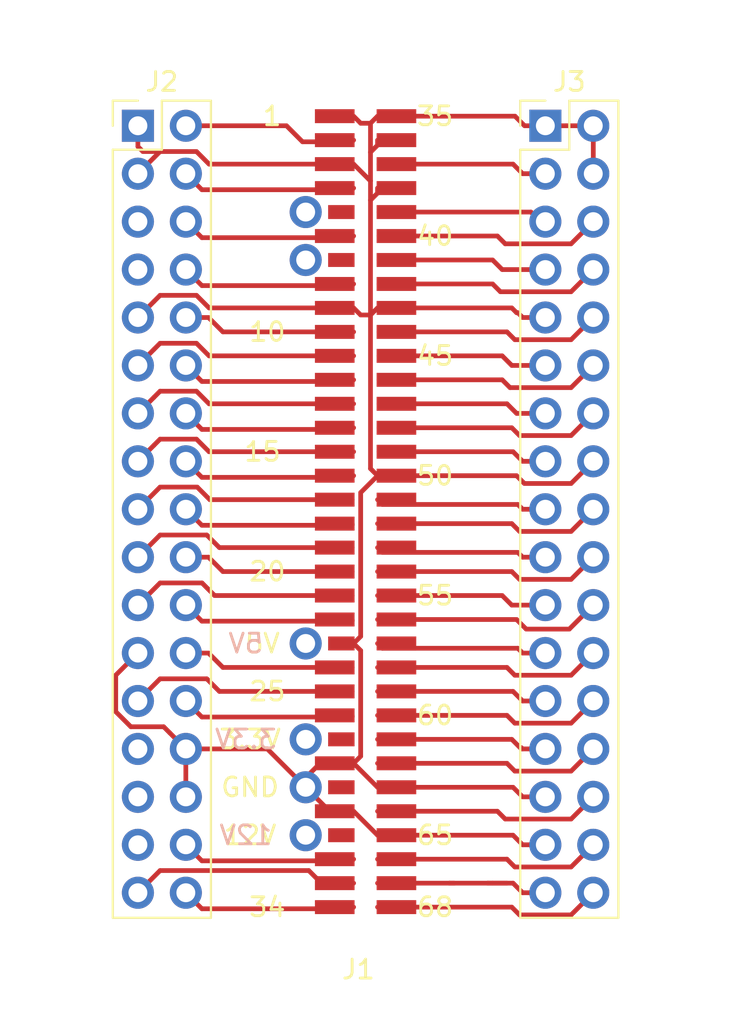
<source format=kicad_pcb>
(kicad_pcb (version 20171130) (host pcbnew 5.1.5-52549c5~84~ubuntu16.04.1)

  (general
    (thickness 1.6)
    (drawings 0)
    (tracks 263)
    (zones 0)
    (modules 3)
    (nets 67)
  )

  (page A4)
  (layers
    (0 F.Cu signal)
    (31 B.Cu signal)
    (32 B.Adhes user)
    (33 F.Adhes user)
    (34 B.Paste user)
    (35 F.Paste user)
    (36 B.SilkS user)
    (37 F.SilkS user)
    (38 B.Mask user)
    (39 F.Mask user)
    (40 Dwgs.User user)
    (41 Cmts.User user)
    (42 Eco1.User user)
    (43 Eco2.User user)
    (44 Edge.Cuts user)
    (45 Margin user)
    (46 B.CrtYd user)
    (47 F.CrtYd user)
    (48 B.Fab user)
    (49 F.Fab user)
  )

  (setup
    (last_trace_width 0.25)
    (trace_clearance 0.2)
    (zone_clearance 0.508)
    (zone_45_only no)
    (trace_min 0.2)
    (via_size 0.8)
    (via_drill 0.4)
    (via_min_size 0.4)
    (via_min_drill 0.3)
    (uvia_size 0.3)
    (uvia_drill 0.1)
    (uvias_allowed no)
    (uvia_min_size 0.2)
    (uvia_min_drill 0.1)
    (edge_width 0.05)
    (segment_width 0.2)
    (pcb_text_width 0.3)
    (pcb_text_size 1.5 1.5)
    (mod_edge_width 0.12)
    (mod_text_size 1 1)
    (mod_text_width 0.15)
    (pad_size 1.524 1.524)
    (pad_drill 0.762)
    (pad_to_mask_clearance 0.051)
    (solder_mask_min_width 0.25)
    (aux_axis_origin 0 0)
    (visible_elements FFFFFF7F)
    (pcbplotparams
      (layerselection 0x010fc_ffffffff)
      (usegerberextensions false)
      (usegerberattributes false)
      (usegerberadvancedattributes false)
      (creategerberjobfile false)
      (excludeedgelayer true)
      (linewidth 0.100000)
      (plotframeref false)
      (viasonmask false)
      (mode 1)
      (useauxorigin false)
      (hpglpennumber 1)
      (hpglpenspeed 20)
      (hpglpendiameter 15.000000)
      (psnegative false)
      (psa4output false)
      (plotreference true)
      (plotvalue true)
      (plotinvisibletext false)
      (padsonsilk false)
      (subtractmaskfromsilk false)
      (outputformat 1)
      (mirror false)
      (drillshape 1)
      (scaleselection 1)
      (outputdirectory ""))
  )

  (net 0 "")
  (net 1 GND)
  (net 2 +12V)
  (net 3 +3V3)
  (net 4 +5V)
  (net 5 "Net-(J1-Pad71)")
  (net 6 "Net-(J1-Pad72)")
  (net 7 /Pin_48)
  (net 8 /Pin_57)
  (net 9 /Pin_68)
  (net 10 /Pin_47)
  (net 11 /Pin_46)
  (net 12 /Pin_61)
  (net 13 /Pin_66)
  (net 14 /Pin_37)
  (net 15 /Pin_52)
  (net 16 /Pin_67)
  (net 17 /Pin_53)
  (net 18 /Pin_55)
  (net 19 /Pin_64)
  (net 20 /Pin_62)
  (net 21 /Pin_54)
  (net 22 /Pin_41)
  (net 23 /Pin_40)
  (net 24 /Pin_39)
  (net 25 /Pin_44)
  (net 26 /Pin_56)
  (net 27 /Pin_45)
  (net 28 /Pin_51)
  (net 29 /Pin_49)
  (net 30 /Pin_42)
  (net 31 /Pin_58)
  (net 32 /Pin_59)
  (net 33 /Pin_60)
  (net 34 /Pin_2)
  (net 35 /Pin_4)
  (net 36 /Pin_5)
  (net 37 /Pin_6)
  (net 38 /Pin_7)
  (net 39 /Pin_8)
  (net 40 /Pin_10)
  (net 41 /Pin_11)
  (net 42 /Pin_12)
  (net 43 /Pin_13)
  (net 44 /Pin_14)
  (net 45 /Pin_15)
  (net 46 /Pin_16)
  (net 47 /Pin_17)
  (net 48 /Pin_18)
  (net 49 /Pin_19)
  (net 50 /Pin_20)
  (net 51 /Pin_21)
  (net 52 /Pin_22)
  (net 53 /Pin_24)
  (net 54 /Pin_25)
  (net 55 /Pin_26)
  (net 56 /Pin_27)
  (net 57 /Pin_29)
  (net 58 /Pin_31)
  (net 59 /Pin_32)
  (net 60 /Pin_33)
  (net 61 /Pin_34)
  (net 62 "Net-(J2-Pad7)")
  (net 63 "Net-(J2-Pad5)")
  (net 64 "Net-(J2-Pad31)")
  (net 65 "Net-(J2-Pad29)")
  (net 66 "Net-(J2-Pad27)")

  (net_class Default "This is the default net class."
    (clearance 0.2)
    (trace_width 0.25)
    (via_dia 0.8)
    (via_drill 0.4)
    (uvia_dia 0.3)
    (uvia_drill 0.1)
    (add_net +12V)
    (add_net +3V3)
    (add_net +5V)
    (add_net /Pin_10)
    (add_net /Pin_11)
    (add_net /Pin_12)
    (add_net /Pin_13)
    (add_net /Pin_14)
    (add_net /Pin_15)
    (add_net /Pin_16)
    (add_net /Pin_17)
    (add_net /Pin_18)
    (add_net /Pin_19)
    (add_net /Pin_2)
    (add_net /Pin_20)
    (add_net /Pin_21)
    (add_net /Pin_22)
    (add_net /Pin_24)
    (add_net /Pin_25)
    (add_net /Pin_26)
    (add_net /Pin_27)
    (add_net /Pin_29)
    (add_net /Pin_31)
    (add_net /Pin_32)
    (add_net /Pin_33)
    (add_net /Pin_34)
    (add_net /Pin_37)
    (add_net /Pin_39)
    (add_net /Pin_4)
    (add_net /Pin_40)
    (add_net /Pin_41)
    (add_net /Pin_42)
    (add_net /Pin_44)
    (add_net /Pin_45)
    (add_net /Pin_46)
    (add_net /Pin_47)
    (add_net /Pin_48)
    (add_net /Pin_49)
    (add_net /Pin_5)
    (add_net /Pin_51)
    (add_net /Pin_52)
    (add_net /Pin_53)
    (add_net /Pin_54)
    (add_net /Pin_55)
    (add_net /Pin_56)
    (add_net /Pin_57)
    (add_net /Pin_58)
    (add_net /Pin_59)
    (add_net /Pin_6)
    (add_net /Pin_60)
    (add_net /Pin_61)
    (add_net /Pin_62)
    (add_net /Pin_64)
    (add_net /Pin_66)
    (add_net /Pin_67)
    (add_net /Pin_68)
    (add_net /Pin_7)
    (add_net /Pin_8)
    (add_net GND)
    (add_net "Net-(J1-Pad71)")
    (add_net "Net-(J1-Pad72)")
    (add_net "Net-(J2-Pad27)")
    (add_net "Net-(J2-Pad29)")
    (add_net "Net-(J2-Pad31)")
    (add_net "Net-(J2-Pad5)")
    (add_net "Net-(J2-Pad7)")
  )

  (module cisc_hwic_dev_board:PinHeader_2x34_P1.27mm_Vertical_SMD_Top_Bottom (layer F.Cu) (tedit 5DE42F8F) (tstamp 5DE9C91C)
    (at -541.02 -538.48)
    (descr "surface-mounted straight pin header, 2x34, 1.27mm pitch, double rows")
    (tags "Surface mounted pin header SMD 2x34 1.27mm double row")
    (path /5DE79121)
    (attr smd)
    (fp_text reference J1 (at 0.254 3.302) (layer F.SilkS)
      (effects (font (size 1 1) (thickness 0.15)))
    )
    (fp_text value Cisco_HWIC (at 0.6096 1.8288) (layer F.Fab)
      (effects (font (size 1 1) (thickness 0.15)))
    )
    (fp_text user 15 (at -4.826 -24.13) (layer F.SilkS)
      (effects (font (size 1 1) (thickness 0.15)))
    )
    (fp_text user 25 (at -4.572 -11.43) (layer F.SilkS)
      (effects (font (size 1 1) (thickness 0.15)))
    )
    (fp_text user 65 (at 4.318 -3.81) (layer F.SilkS)
      (effects (font (size 1 1) (thickness 0.15)))
    )
    (fp_text user 55 (at 4.318 -16.51) (layer F.SilkS)
      (effects (font (size 1 1) (thickness 0.15)))
    )
    (fp_text user 45 (at 4.318 -29.21) (layer F.SilkS)
      (effects (font (size 1 1) (thickness 0.15)))
    )
    (fp_text user 35 (at 4.318 -41.91) (layer F.SilkS)
      (effects (font (size 1 1) (thickness 0.15)))
    )
    (fp_text user 40 (at 4.318 -35.56) (layer F.SilkS)
      (effects (font (size 1 1) (thickness 0.15)))
    )
    (fp_text user 50 (at 4.318 -22.86) (layer F.SilkS)
      (effects (font (size 1 1) (thickness 0.15)))
    )
    (fp_text user 60 (at 4.318 -10.16) (layer F.SilkS)
      (effects (font (size 1 1) (thickness 0.15)))
    )
    (fp_text user 68 (at 4.318 0) (layer F.SilkS)
      (effects (font (size 1 1) (thickness 0.15)))
    )
    (fp_text user 34 (at -4.572 0) (layer F.SilkS)
      (effects (font (size 1 1) (thickness 0.15)))
    )
    (fp_text user 20 (at -4.572 -17.78) (layer F.SilkS)
      (effects (font (size 1 1) (thickness 0.15)))
    )
    (fp_text user 10 (at -4.572 -30.48) (layer F.SilkS)
      (effects (font (size 1 1) (thickness 0.15)))
    )
    (fp_text user 1 (at -4.318 -41.91) (layer F.SilkS)
      (effects (font (size 1 1) (thickness 0.15)))
    )
    (fp_line (start 3.81 -48.006) (end -4.064 -48.006) (layer F.CrtYd) (width 0.12))
    (fp_line (start -4.064 -48.006) (end -4.064 -20.955) (layer F.CrtYd) (width 0.12))
    (fp_line (start 3.81 -48.006) (end 3.81 -20.955) (layer F.CrtYd) (width 0.12))
    (fp_line (start -4.064 -20.955) (end -4.064 6.096) (layer F.CrtYd) (width 0.12))
    (fp_line (start 3.81 6.096) (end -4.064 6.096) (layer F.CrtYd) (width 0.12))
    (fp_line (start 3.81 -20.955) (end 3.81 6.096) (layer F.CrtYd) (width 0.12))
    (fp_line (start 1.2492 0.6252) (end -0.0018 0.6252) (layer F.Fab) (width 0.1))
    (fp_line (start 0.4332 -42.5548) (end 1.2492 -42.5548) (layer F.Fab) (width 0.1))
    (fp_line (start -0.0018 0.6252) (end -0.0018 -42.1198) (layer F.Fab) (width 0.1))
    (fp_line (start -0.0018 -42.1198) (end 0.4332 -42.5548) (layer F.Fab) (width 0.1))
    (fp_line (start 1.2492 -42.5548) (end 1.2492 0.6252) (layer F.Fab) (width 0.1))
    (fp_line (start -0.0018 -42.1198) (end -1.0468 -42.1198) (layer F.Fab) (width 0.1))
    (fp_line (start -1.0468 -42.1198) (end -1.0468 -41.7198) (layer F.Fab) (width 0.1))
    (fp_line (start -1.0468 -41.7198) (end -0.0018 -41.7198) (layer F.Fab) (width 0.1))
    (fp_line (start 1.2492 -42.1198) (end 2.2942 -42.1198) (layer F.Fab) (width 0.1))
    (fp_line (start 2.2942 -42.1198) (end 2.2942 -41.7198) (layer F.Fab) (width 0.1))
    (fp_line (start 2.2942 -41.7198) (end 1.2492 -41.7198) (layer F.Fab) (width 0.1))
    (fp_line (start -0.0018 -40.8498) (end -1.0468 -40.8498) (layer F.Fab) (width 0.1))
    (fp_line (start -1.0468 -40.8498) (end -1.0468 -40.4498) (layer F.Fab) (width 0.1))
    (fp_line (start -1.0468 -40.4498) (end -0.0018 -40.4498) (layer F.Fab) (width 0.1))
    (fp_line (start 1.2492 -40.8498) (end 2.2942 -40.8498) (layer F.Fab) (width 0.1))
    (fp_line (start 2.2942 -40.8498) (end 2.2942 -40.4498) (layer F.Fab) (width 0.1))
    (fp_line (start 2.2942 -40.4498) (end 1.2492 -40.4498) (layer F.Fab) (width 0.1))
    (fp_line (start -0.0018 -39.5798) (end -1.0468 -39.5798) (layer F.Fab) (width 0.1))
    (fp_line (start -1.0468 -39.5798) (end -1.0468 -39.1798) (layer F.Fab) (width 0.1))
    (fp_line (start -1.0468 -39.1798) (end -0.0018 -39.1798) (layer F.Fab) (width 0.1))
    (fp_line (start 1.2492 -39.5798) (end 2.2942 -39.5798) (layer F.Fab) (width 0.1))
    (fp_line (start 2.2942 -39.5798) (end 2.2942 -39.1798) (layer F.Fab) (width 0.1))
    (fp_line (start 2.2942 -39.1798) (end 1.2492 -39.1798) (layer F.Fab) (width 0.1))
    (fp_line (start -0.0018 -38.3098) (end -1.0468 -38.3098) (layer F.Fab) (width 0.1))
    (fp_line (start -1.0468 -38.3098) (end -1.0468 -37.9098) (layer F.Fab) (width 0.1))
    (fp_line (start -1.0468 -37.9098) (end -0.0018 -37.9098) (layer F.Fab) (width 0.1))
    (fp_line (start 1.2492 -38.3098) (end 2.2942 -38.3098) (layer F.Fab) (width 0.1))
    (fp_line (start 2.2942 -38.3098) (end 2.2942 -37.9098) (layer F.Fab) (width 0.1))
    (fp_line (start 2.2942 -37.9098) (end 1.2492 -37.9098) (layer F.Fab) (width 0.1))
    (fp_line (start -0.0018 -37.0398) (end -1.0468 -37.0398) (layer F.Fab) (width 0.1))
    (fp_line (start -1.0468 -37.0398) (end -1.0468 -36.6398) (layer F.Fab) (width 0.1))
    (fp_line (start -1.0468 -36.6398) (end -0.0018 -36.6398) (layer F.Fab) (width 0.1))
    (fp_line (start 1.2492 -37.0398) (end 2.2942 -37.0398) (layer F.Fab) (width 0.1))
    (fp_line (start 2.2942 -37.0398) (end 2.2942 -36.6398) (layer F.Fab) (width 0.1))
    (fp_line (start 2.2942 -36.6398) (end 1.2492 -36.6398) (layer F.Fab) (width 0.1))
    (fp_line (start -0.0018 -35.7698) (end -1.0468 -35.7698) (layer F.Fab) (width 0.1))
    (fp_line (start -1.0468 -35.7698) (end -1.0468 -35.3698) (layer F.Fab) (width 0.1))
    (fp_line (start -1.0468 -35.3698) (end -0.0018 -35.3698) (layer F.Fab) (width 0.1))
    (fp_line (start 1.2492 -35.7698) (end 2.2942 -35.7698) (layer F.Fab) (width 0.1))
    (fp_line (start 2.2942 -35.7698) (end 2.2942 -35.3698) (layer F.Fab) (width 0.1))
    (fp_line (start 2.2942 -35.3698) (end 1.2492 -35.3698) (layer F.Fab) (width 0.1))
    (fp_line (start -0.0018 -34.4998) (end -1.0468 -34.4998) (layer F.Fab) (width 0.1))
    (fp_line (start -1.0468 -34.4998) (end -1.0468 -34.0998) (layer F.Fab) (width 0.1))
    (fp_line (start -1.0468 -34.0998) (end -0.0018 -34.0998) (layer F.Fab) (width 0.1))
    (fp_line (start 1.2492 -34.4998) (end 2.2942 -34.4998) (layer F.Fab) (width 0.1))
    (fp_line (start 2.2942 -34.4998) (end 2.2942 -34.0998) (layer F.Fab) (width 0.1))
    (fp_line (start 2.2942 -34.0998) (end 1.2492 -34.0998) (layer F.Fab) (width 0.1))
    (fp_line (start -0.0018 -33.2298) (end -1.0468 -33.2298) (layer F.Fab) (width 0.1))
    (fp_line (start -1.0468 -33.2298) (end -1.0468 -32.8298) (layer F.Fab) (width 0.1))
    (fp_line (start -1.0468 -32.8298) (end -0.0018 -32.8298) (layer F.Fab) (width 0.1))
    (fp_line (start 1.2492 -33.2298) (end 2.2942 -33.2298) (layer F.Fab) (width 0.1))
    (fp_line (start 2.2942 -33.2298) (end 2.2942 -32.8298) (layer F.Fab) (width 0.1))
    (fp_line (start 2.2942 -32.8298) (end 1.2492 -32.8298) (layer F.Fab) (width 0.1))
    (fp_line (start -0.0018 -31.9598) (end -1.0468 -31.9598) (layer F.Fab) (width 0.1))
    (fp_line (start -1.0468 -31.9598) (end -1.0468 -31.5598) (layer F.Fab) (width 0.1))
    (fp_line (start -1.0468 -31.5598) (end -0.0018 -31.5598) (layer F.Fab) (width 0.1))
    (fp_line (start 1.2492 -31.9598) (end 2.2942 -31.9598) (layer F.Fab) (width 0.1))
    (fp_line (start 2.2942 -31.9598) (end 2.2942 -31.5598) (layer F.Fab) (width 0.1))
    (fp_line (start 2.2942 -31.5598) (end 1.2492 -31.5598) (layer F.Fab) (width 0.1))
    (fp_line (start -0.0018 -30.6898) (end -1.0468 -30.6898) (layer F.Fab) (width 0.1))
    (fp_line (start -1.0468 -30.6898) (end -1.0468 -30.2898) (layer F.Fab) (width 0.1))
    (fp_line (start -1.0468 -30.2898) (end -0.0018 -30.2898) (layer F.Fab) (width 0.1))
    (fp_line (start 1.2492 -30.6898) (end 2.2942 -30.6898) (layer F.Fab) (width 0.1))
    (fp_line (start 2.2942 -30.6898) (end 2.2942 -30.2898) (layer F.Fab) (width 0.1))
    (fp_line (start 2.2942 -30.2898) (end 1.2492 -30.2898) (layer F.Fab) (width 0.1))
    (fp_line (start -0.0018 -29.4198) (end -1.0468 -29.4198) (layer F.Fab) (width 0.1))
    (fp_line (start -1.0468 -29.4198) (end -1.0468 -29.0198) (layer F.Fab) (width 0.1))
    (fp_line (start -1.0468 -29.0198) (end -0.0018 -29.0198) (layer F.Fab) (width 0.1))
    (fp_line (start 1.2492 -29.4198) (end 2.2942 -29.4198) (layer F.Fab) (width 0.1))
    (fp_line (start 2.2942 -29.4198) (end 2.2942 -29.0198) (layer F.Fab) (width 0.1))
    (fp_line (start 2.2942 -29.0198) (end 1.2492 -29.0198) (layer F.Fab) (width 0.1))
    (fp_line (start -0.0018 -28.1498) (end -1.0468 -28.1498) (layer F.Fab) (width 0.1))
    (fp_line (start -1.0468 -28.1498) (end -1.0468 -27.7498) (layer F.Fab) (width 0.1))
    (fp_line (start -1.0468 -27.7498) (end -0.0018 -27.7498) (layer F.Fab) (width 0.1))
    (fp_line (start 1.2492 -28.1498) (end 2.2942 -28.1498) (layer F.Fab) (width 0.1))
    (fp_line (start 2.2942 -28.1498) (end 2.2942 -27.7498) (layer F.Fab) (width 0.1))
    (fp_line (start 2.2942 -27.7498) (end 1.2492 -27.7498) (layer F.Fab) (width 0.1))
    (fp_line (start -0.0018 -26.8798) (end -1.0468 -26.8798) (layer F.Fab) (width 0.1))
    (fp_line (start -1.0468 -26.8798) (end -1.0468 -26.4798) (layer F.Fab) (width 0.1))
    (fp_line (start -1.0468 -26.4798) (end -0.0018 -26.4798) (layer F.Fab) (width 0.1))
    (fp_line (start 1.2492 -26.8798) (end 2.2942 -26.8798) (layer F.Fab) (width 0.1))
    (fp_line (start 2.2942 -26.8798) (end 2.2942 -26.4798) (layer F.Fab) (width 0.1))
    (fp_line (start 2.2942 -26.4798) (end 1.2492 -26.4798) (layer F.Fab) (width 0.1))
    (fp_line (start -0.0018 -25.6098) (end -1.0468 -25.6098) (layer F.Fab) (width 0.1))
    (fp_line (start -1.0468 -25.6098) (end -1.0468 -25.2098) (layer F.Fab) (width 0.1))
    (fp_line (start -1.0468 -25.2098) (end -0.0018 -25.2098) (layer F.Fab) (width 0.1))
    (fp_line (start 1.2492 -25.6098) (end 2.2942 -25.6098) (layer F.Fab) (width 0.1))
    (fp_line (start 2.2942 -25.6098) (end 2.2942 -25.2098) (layer F.Fab) (width 0.1))
    (fp_line (start 2.2942 -25.2098) (end 1.2492 -25.2098) (layer F.Fab) (width 0.1))
    (fp_line (start -0.0018 -24.3398) (end -1.0468 -24.3398) (layer F.Fab) (width 0.1))
    (fp_line (start -1.0468 -24.3398) (end -1.0468 -23.9398) (layer F.Fab) (width 0.1))
    (fp_line (start -1.0468 -23.9398) (end -0.0018 -23.9398) (layer F.Fab) (width 0.1))
    (fp_line (start 1.2492 -24.3398) (end 2.2942 -24.3398) (layer F.Fab) (width 0.1))
    (fp_line (start 2.2942 -24.3398) (end 2.2942 -23.9398) (layer F.Fab) (width 0.1))
    (fp_line (start 2.2942 -23.9398) (end 1.2492 -23.9398) (layer F.Fab) (width 0.1))
    (fp_line (start -0.0018 -23.0698) (end -1.0468 -23.0698) (layer F.Fab) (width 0.1))
    (fp_line (start -1.0468 -23.0698) (end -1.0468 -22.6698) (layer F.Fab) (width 0.1))
    (fp_line (start -1.0468 -22.6698) (end -0.0018 -22.6698) (layer F.Fab) (width 0.1))
    (fp_line (start 1.2492 -23.0698) (end 2.2942 -23.0698) (layer F.Fab) (width 0.1))
    (fp_line (start 2.2942 -23.0698) (end 2.2942 -22.6698) (layer F.Fab) (width 0.1))
    (fp_line (start 2.2942 -22.6698) (end 1.2492 -22.6698) (layer F.Fab) (width 0.1))
    (fp_line (start -0.0018 -21.7998) (end -1.0468 -21.7998) (layer F.Fab) (width 0.1))
    (fp_line (start -1.0468 -21.7998) (end -1.0468 -21.3998) (layer F.Fab) (width 0.1))
    (fp_line (start -1.0468 -21.3998) (end -0.0018 -21.3998) (layer F.Fab) (width 0.1))
    (fp_line (start 1.2492 -21.7998) (end 2.2942 -21.7998) (layer F.Fab) (width 0.1))
    (fp_line (start 2.2942 -21.7998) (end 2.2942 -21.3998) (layer F.Fab) (width 0.1))
    (fp_line (start 2.2942 -21.3998) (end 1.2492 -21.3998) (layer F.Fab) (width 0.1))
    (fp_line (start -0.0018 -20.5298) (end -1.0468 -20.5298) (layer F.Fab) (width 0.1))
    (fp_line (start -1.0468 -20.5298) (end -1.0468 -20.1298) (layer F.Fab) (width 0.1))
    (fp_line (start -1.0468 -20.1298) (end -0.0018 -20.1298) (layer F.Fab) (width 0.1))
    (fp_line (start 1.2492 -20.5298) (end 2.2942 -20.5298) (layer F.Fab) (width 0.1))
    (fp_line (start 2.2942 -20.5298) (end 2.2942 -20.1298) (layer F.Fab) (width 0.1))
    (fp_line (start 2.2942 -20.1298) (end 1.2492 -20.1298) (layer F.Fab) (width 0.1))
    (fp_line (start -0.0018 -19.2598) (end -1.0468 -19.2598) (layer F.Fab) (width 0.1))
    (fp_line (start -1.0468 -19.2598) (end -1.0468 -18.8598) (layer F.Fab) (width 0.1))
    (fp_line (start -1.0468 -18.8598) (end -0.0018 -18.8598) (layer F.Fab) (width 0.1))
    (fp_line (start 1.2492 -19.2598) (end 2.2942 -19.2598) (layer F.Fab) (width 0.1))
    (fp_line (start 2.2942 -19.2598) (end 2.2942 -18.8598) (layer F.Fab) (width 0.1))
    (fp_line (start 2.2942 -18.8598) (end 1.2492 -18.8598) (layer F.Fab) (width 0.1))
    (fp_line (start -0.0018 -17.9898) (end -1.0468 -17.9898) (layer F.Fab) (width 0.1))
    (fp_line (start -1.0468 -17.9898) (end -1.0468 -17.5898) (layer F.Fab) (width 0.1))
    (fp_line (start -1.0468 -17.5898) (end -0.0018 -17.5898) (layer F.Fab) (width 0.1))
    (fp_line (start 1.2492 -17.9898) (end 2.2942 -17.9898) (layer F.Fab) (width 0.1))
    (fp_line (start 2.2942 -17.9898) (end 2.2942 -17.5898) (layer F.Fab) (width 0.1))
    (fp_line (start 2.2942 -17.5898) (end 1.2492 -17.5898) (layer F.Fab) (width 0.1))
    (fp_line (start -0.0018 -16.7198) (end -1.0468 -16.7198) (layer F.Fab) (width 0.1))
    (fp_line (start -1.0468 -16.7198) (end -1.0468 -16.3198) (layer F.Fab) (width 0.1))
    (fp_line (start -1.0468 -16.3198) (end -0.0018 -16.3198) (layer F.Fab) (width 0.1))
    (fp_line (start 1.2492 -16.7198) (end 2.2942 -16.7198) (layer F.Fab) (width 0.1))
    (fp_line (start 2.2942 -16.7198) (end 2.2942 -16.3198) (layer F.Fab) (width 0.1))
    (fp_line (start 2.2942 -16.3198) (end 1.2492 -16.3198) (layer F.Fab) (width 0.1))
    (fp_line (start -0.0018 -15.4498) (end -1.0468 -15.4498) (layer F.Fab) (width 0.1))
    (fp_line (start -1.0468 -15.4498) (end -1.0468 -15.0498) (layer F.Fab) (width 0.1))
    (fp_line (start -1.0468 -15.0498) (end -0.0018 -15.0498) (layer F.Fab) (width 0.1))
    (fp_line (start 1.2492 -15.4498) (end 2.2942 -15.4498) (layer F.Fab) (width 0.1))
    (fp_line (start 2.2942 -15.4498) (end 2.2942 -15.0498) (layer F.Fab) (width 0.1))
    (fp_line (start 2.2942 -15.0498) (end 1.2492 -15.0498) (layer F.Fab) (width 0.1))
    (fp_line (start -0.0018 -14.1798) (end -1.0468 -14.1798) (layer F.Fab) (width 0.1))
    (fp_line (start -1.0468 -14.1798) (end -1.0468 -13.7798) (layer F.Fab) (width 0.1))
    (fp_line (start -1.0468 -13.7798) (end -0.0018 -13.7798) (layer F.Fab) (width 0.1))
    (fp_line (start 1.2492 -14.1798) (end 2.2942 -14.1798) (layer F.Fab) (width 0.1))
    (fp_line (start 2.2942 -14.1798) (end 2.2942 -13.7798) (layer F.Fab) (width 0.1))
    (fp_line (start 2.2942 -13.7798) (end 1.2492 -13.7798) (layer F.Fab) (width 0.1))
    (fp_line (start -0.0018 -12.9098) (end -1.0468 -12.9098) (layer F.Fab) (width 0.1))
    (fp_line (start -1.0468 -12.9098) (end -1.0468 -12.5098) (layer F.Fab) (width 0.1))
    (fp_line (start -1.0468 -12.5098) (end -0.0018 -12.5098) (layer F.Fab) (width 0.1))
    (fp_line (start 1.2492 -12.9098) (end 2.2942 -12.9098) (layer F.Fab) (width 0.1))
    (fp_line (start 2.2942 -12.9098) (end 2.2942 -12.5098) (layer F.Fab) (width 0.1))
    (fp_line (start 2.2942 -12.5098) (end 1.2492 -12.5098) (layer F.Fab) (width 0.1))
    (fp_line (start -0.0018 -11.6398) (end -1.0468 -11.6398) (layer F.Fab) (width 0.1))
    (fp_line (start -1.0468 -11.6398) (end -1.0468 -11.2398) (layer F.Fab) (width 0.1))
    (fp_line (start -1.0468 -11.2398) (end -0.0018 -11.2398) (layer F.Fab) (width 0.1))
    (fp_line (start 1.2492 -11.6398) (end 2.2942 -11.6398) (layer F.Fab) (width 0.1))
    (fp_line (start 2.2942 -11.6398) (end 2.2942 -11.2398) (layer F.Fab) (width 0.1))
    (fp_line (start 2.2942 -11.2398) (end 1.2492 -11.2398) (layer F.Fab) (width 0.1))
    (fp_line (start -0.0018 -10.3698) (end -1.0468 -10.3698) (layer F.Fab) (width 0.1))
    (fp_line (start -1.0468 -10.3698) (end -1.0468 -9.9698) (layer F.Fab) (width 0.1))
    (fp_line (start -1.0468 -9.9698) (end -0.0018 -9.9698) (layer F.Fab) (width 0.1))
    (fp_line (start 1.2492 -10.3698) (end 2.2942 -10.3698) (layer F.Fab) (width 0.1))
    (fp_line (start 2.2942 -10.3698) (end 2.2942 -9.9698) (layer F.Fab) (width 0.1))
    (fp_line (start 2.2942 -9.9698) (end 1.2492 -9.9698) (layer F.Fab) (width 0.1))
    (fp_line (start -0.0018 -9.0998) (end -1.0468 -9.0998) (layer F.Fab) (width 0.1))
    (fp_line (start -1.0468 -9.0998) (end -1.0468 -8.6998) (layer F.Fab) (width 0.1))
    (fp_line (start -1.0468 -8.6998) (end -0.0018 -8.6998) (layer F.Fab) (width 0.1))
    (fp_line (start 1.2492 -9.0998) (end 2.2942 -9.0998) (layer F.Fab) (width 0.1))
    (fp_line (start 2.2942 -9.0998) (end 2.2942 -8.6998) (layer F.Fab) (width 0.1))
    (fp_line (start 2.2942 -8.6998) (end 1.2492 -8.6998) (layer F.Fab) (width 0.1))
    (fp_line (start -0.0018 -7.8298) (end -1.0468 -7.8298) (layer F.Fab) (width 0.1))
    (fp_line (start -1.0468 -7.8298) (end -1.0468 -7.4298) (layer F.Fab) (width 0.1))
    (fp_line (start -1.0468 -7.4298) (end -0.0018 -7.4298) (layer F.Fab) (width 0.1))
    (fp_line (start 1.2492 -7.8298) (end 2.2942 -7.8298) (layer F.Fab) (width 0.1))
    (fp_line (start 2.2942 -7.8298) (end 2.2942 -7.4298) (layer F.Fab) (width 0.1))
    (fp_line (start 2.2942 -7.4298) (end 1.2492 -7.4298) (layer F.Fab) (width 0.1))
    (fp_line (start -0.0018 -6.5598) (end -1.0468 -6.5598) (layer F.Fab) (width 0.1))
    (fp_line (start -1.0468 -6.5598) (end -1.0468 -6.1598) (layer F.Fab) (width 0.1))
    (fp_line (start -1.0468 -6.1598) (end -0.0018 -6.1598) (layer F.Fab) (width 0.1))
    (fp_line (start 1.2492 -6.5598) (end 2.2942 -6.5598) (layer F.Fab) (width 0.1))
    (fp_line (start 2.2942 -6.5598) (end 2.2942 -6.1598) (layer F.Fab) (width 0.1))
    (fp_line (start 2.2942 -6.1598) (end 1.2492 -6.1598) (layer F.Fab) (width 0.1))
    (fp_line (start -0.0018 -5.2898) (end -1.0468 -5.2898) (layer F.Fab) (width 0.1))
    (fp_line (start -1.0468 -5.2898) (end -1.0468 -4.8898) (layer F.Fab) (width 0.1))
    (fp_line (start -1.0468 -4.8898) (end -0.0018 -4.8898) (layer F.Fab) (width 0.1))
    (fp_line (start 1.2492 -5.2898) (end 2.2942 -5.2898) (layer F.Fab) (width 0.1))
    (fp_line (start 2.2942 -5.2898) (end 2.2942 -4.8898) (layer F.Fab) (width 0.1))
    (fp_line (start 2.2942 -4.8898) (end 1.2492 -4.8898) (layer F.Fab) (width 0.1))
    (fp_line (start -0.0018 -4.0198) (end -1.0468 -4.0198) (layer F.Fab) (width 0.1))
    (fp_line (start -1.0468 -4.0198) (end -1.0468 -3.6198) (layer F.Fab) (width 0.1))
    (fp_line (start -1.0468 -3.6198) (end -0.0018 -3.6198) (layer F.Fab) (width 0.1))
    (fp_line (start 1.2492 -4.0198) (end 2.2942 -4.0198) (layer F.Fab) (width 0.1))
    (fp_line (start 2.2942 -4.0198) (end 2.2942 -3.6198) (layer F.Fab) (width 0.1))
    (fp_line (start 2.2942 -3.6198) (end 1.2492 -3.6198) (layer F.Fab) (width 0.1))
    (fp_line (start -0.0018 -2.7498) (end -1.0468 -2.7498) (layer F.Fab) (width 0.1))
    (fp_line (start -1.0468 -2.7498) (end -1.0468 -2.3498) (layer F.Fab) (width 0.1))
    (fp_line (start -1.0468 -2.3498) (end -0.0018 -2.3498) (layer F.Fab) (width 0.1))
    (fp_line (start 1.2492 -2.7498) (end 2.2942 -2.7498) (layer F.Fab) (width 0.1))
    (fp_line (start 2.2942 -2.7498) (end 2.2942 -2.3498) (layer F.Fab) (width 0.1))
    (fp_line (start 2.2942 -2.3498) (end 1.2492 -2.3498) (layer F.Fab) (width 0.1))
    (fp_line (start -0.0018 -1.4798) (end -1.0468 -1.4798) (layer F.Fab) (width 0.1))
    (fp_line (start -1.0468 -1.4798) (end -1.0468 -1.0798) (layer F.Fab) (width 0.1))
    (fp_line (start -1.0468 -1.0798) (end -0.0018 -1.0798) (layer F.Fab) (width 0.1))
    (fp_line (start 1.2492 -1.4798) (end 2.2942 -1.4798) (layer F.Fab) (width 0.1))
    (fp_line (start 2.2942 -1.4798) (end 2.2942 -1.0798) (layer F.Fab) (width 0.1))
    (fp_line (start 2.2942 -1.0798) (end 1.2492 -1.0798) (layer F.Fab) (width 0.1))
    (fp_line (start -0.0018 -0.2098) (end -1.0468 -0.2098) (layer F.Fab) (width 0.1))
    (fp_line (start -1.0468 -0.2098) (end -1.0468 0.1902) (layer F.Fab) (width 0.1))
    (fp_line (start -1.0468 0.1902) (end -0.0018 0.1902) (layer F.Fab) (width 0.1))
    (fp_line (start 1.2492 -0.2098) (end 2.2942 -0.2098) (layer F.Fab) (width 0.1))
    (fp_line (start 2.2942 -0.2098) (end 2.2942 0.1902) (layer F.Fab) (width 0.1))
    (fp_line (start 2.2942 0.1902) (end 1.2492 0.1902) (layer F.Fab) (width 0.1))
    (fp_text user %R (at 0.6096 -43.688 180) (layer F.Fab)
      (effects (font (size 1 1) (thickness 0.15)))
    )
    (fp_text user 12V (at -5.715 -3.81) (layer B.SilkS)
      (effects (font (size 1 1) (thickness 0.15)) (justify mirror))
    )
    (fp_text user GND (at -5.485 -6.35) (layer F.SilkS)
      (effects (font (size 1 1) (thickness 0.15)))
    )
    (fp_text user 5V (at -4.826 -13.97) (layer F.SilkS)
      (effects (font (size 1 1) (thickness 0.15)))
    )
    (fp_text user 3.3V (at -5.485 -8.89) (layer F.SilkS)
      (effects (font (size 1 1) (thickness 0.15)))
    )
    (fp_text user 12V (at -5.485 -3.81) (layer F.SilkS)
      (effects (font (size 1 1) (thickness 0.15)))
    )
    (fp_text user 3.3V (at -5.715 -8.89) (layer B.SilkS)
      (effects (font (size 1 1) (thickness 0.15)) (justify mirror))
    )
    (fp_text user 5V (at -5.715 -13.97) (layer B.SilkS)
      (effects (font (size 1 1) (thickness 0.15)) (justify mirror))
    )
    (pad 48 smd rect (at 1.27 -25.4) (size 2.1 0.74) (drill (offset 1 0)) (layers F.Cu F.Paste F.Mask)
      (net 7 /Pin_48))
    (pad 57 smd rect (at 1.27 -13.97) (size 2.1 0.74) (drill (offset 1 0)) (layers F.Cu F.Paste F.Mask)
      (net 8 /Pin_57))
    (pad 68 smd rect (at 1.27 0) (size 2.1 0.74) (drill (offset 1 0)) (layers F.Cu F.Paste F.Mask)
      (net 9 /Pin_68))
    (pad 47 smd rect (at 1.27 -26.67) (size 2.1 0.74) (drill (offset 1 0)) (layers F.Cu F.Paste F.Mask)
      (net 10 /Pin_47))
    (pad 46 smd rect (at 1.27 -27.94) (size 2.1 0.74) (drill (offset 1 0)) (layers F.Cu F.Paste F.Mask)
      (net 11 /Pin_46))
    (pad 61 smd rect (at 1.27 -8.89) (size 2.1 0.74) (drill (offset 1 0)) (layers F.Cu F.Paste F.Mask)
      (net 12 /Pin_61))
    (pad 66 smd rect (at 1.27 -2.54) (size 2.1 0.74) (drill (offset 1 0)) (layers F.Cu F.Paste F.Mask)
      (net 13 /Pin_66))
    (pad 37 smd rect (at 1.27 -39.37) (size 2.1 0.74) (drill (offset 1 0)) (layers F.Cu F.Paste F.Mask)
      (net 14 /Pin_37))
    (pad 52 smd rect (at 1.27 -20.32) (size 2.1 0.74) (drill (offset 1 0)) (layers F.Cu F.Paste F.Mask)
      (net 15 /Pin_52))
    (pad 67 smd rect (at 1.27 -1.27) (size 2.1 0.74) (drill (offset 1 0)) (layers F.Cu F.Paste F.Mask)
      (net 16 /Pin_67))
    (pad 65 smd rect (at 1.27 -3.81) (size 2.1 0.74) (drill (offset 1 0)) (layers F.Cu F.Paste F.Mask)
      (net 1 GND))
    (pad 53 smd rect (at 1.27 -19.05) (size 2.1 0.74) (drill (offset 1 0)) (layers F.Cu F.Paste F.Mask)
      (net 17 /Pin_53))
    (pad 50 smd rect (at 1.27 -22.86) (size 2.1 0.74) (drill (offset 1 0)) (layers F.Cu F.Paste F.Mask)
      (net 1 GND))
    (pad 55 smd rect (at 1.27 -16.51) (size 2.1 0.74) (drill (offset 1 0)) (layers F.Cu F.Paste F.Mask)
      (net 18 /Pin_55))
    (pad 64 smd rect (at 1.27 -5.08) (size 2.1 0.74) (drill (offset 1 0)) (layers F.Cu F.Paste F.Mask)
      (net 19 /Pin_64))
    (pad 62 smd rect (at 1.27 -7.62) (size 2.1 0.74) (drill (offset 1 0)) (layers F.Cu F.Paste F.Mask)
      (net 20 /Pin_62))
    (pad 63 smd rect (at 1.27 -6.35) (size 2.1 0.74) (drill (offset 1 0)) (layers F.Cu F.Paste F.Mask)
      (net 1 GND))
    (pad 43 smd rect (at 1.27 -31.75) (size 2.1 0.74) (drill (offset 1 0)) (layers F.Cu F.Paste F.Mask)
      (net 1 GND))
    (pad 54 smd rect (at 1.27 -17.78) (size 2.1 0.74) (drill (offset 1 0)) (layers F.Cu F.Paste F.Mask)
      (net 21 /Pin_54))
    (pad 41 smd rect (at 1.27 -34.29) (size 2.1 0.74) (drill (offset 1 0)) (layers F.Cu F.Paste F.Mask)
      (net 22 /Pin_41))
    (pad 38 smd rect (at 1.27 -38.1) (size 2.1 0.74) (drill (offset 1 0)) (layers F.Cu F.Paste F.Mask)
      (net 1 GND))
    (pad 40 smd rect (at 1.27 -35.56) (size 2.1 0.74) (drill (offset 1 0)) (layers F.Cu F.Paste F.Mask)
      (net 23 /Pin_40))
    (pad 39 smd rect (at 1.27 -36.83) (size 2.1 0.74) (drill (offset 1 0)) (layers F.Cu F.Paste F.Mask)
      (net 24 /Pin_39))
    (pad 44 smd rect (at 1.27 -30.48) (size 2.1 0.74) (drill (offset 1 0)) (layers F.Cu F.Paste F.Mask)
      (net 25 /Pin_44))
    (pad 36 smd rect (at 1.27 -40.64) (size 2.1 0.74) (drill (offset 1 0)) (layers F.Cu F.Paste F.Mask)
      (net 1 GND))
    (pad 35 smd rect (at 1.27 -41.91) (size 2.1 0.74) (drill (offset 1 0)) (layers F.Cu F.Paste F.Mask)
      (net 1 GND))
    (pad 56 smd rect (at 1.27 -15.24) (size 2.1 0.74) (drill (offset 1 0)) (layers F.Cu F.Paste F.Mask)
      (net 26 /Pin_56))
    (pad 45 smd rect (at 1.27 -29.21) (size 2.1 0.74) (drill (offset 1 0)) (layers F.Cu F.Paste F.Mask)
      (net 27 /Pin_45))
    (pad 51 smd rect (at 1.27 -21.59) (size 2.1 0.74) (drill (offset 1 0)) (layers F.Cu F.Paste F.Mask)
      (net 28 /Pin_51))
    (pad 49 smd rect (at 1.27 -24.13) (size 2.1 0.74) (drill (offset 1 0)) (layers F.Cu F.Paste F.Mask)
      (net 29 /Pin_49))
    (pad 42 smd rect (at 1.27 -33.02) (size 2.1 0.74) (drill (offset 1 0)) (layers F.Cu F.Paste F.Mask)
      (net 30 /Pin_42))
    (pad 58 smd rect (at 1.27 -12.7) (size 2.1 0.74) (drill (offset 1 0)) (layers F.Cu F.Paste F.Mask)
      (net 31 /Pin_58))
    (pad 59 smd rect (at 1.27 -11.43) (size 2.1 0.74) (drill (offset 1 0)) (layers F.Cu F.Paste F.Mask)
      (net 32 /Pin_59))
    (pad 60 smd rect (at 1.27 -10.16) (size 2.1 0.74) (drill (offset 1 0)) (layers F.Cu F.Paste F.Mask)
      (net 33 /Pin_60))
    (pad 1 smd rect (at 0 -41.91) (size 2.1 0.74) (drill (offset -1 0)) (layers F.Cu F.Paste F.Mask)
      (net 1 GND))
    (pad 2 smd rect (at 0 -40.64) (size 2.1 0.74) (drill (offset -1 0)) (layers F.Cu F.Paste F.Mask)
      (net 34 /Pin_2))
    (pad 3 smd rect (at 0 -39.37) (size 2.1 0.74) (drill (offset -1 0)) (layers F.Cu F.Paste F.Mask)
      (net 1 GND))
    (pad 4 smd rect (at 0 -38.1) (size 2.1 0.74) (drill (offset -1 0)) (layers F.Cu F.Paste F.Mask)
      (net 35 /Pin_4))
    (pad 5 smd rect (at 0 -36.83) (size 1.4 0.74) (drill (offset -0.65 0)) (layers F.Cu F.Paste F.Mask)
      (net 36 /Pin_5))
    (pad 6 smd rect (at 0 -35.56) (size 2.1 0.74) (drill (offset -1 0)) (layers F.Cu F.Paste F.Mask)
      (net 37 /Pin_6))
    (pad 7 smd rect (at 0 -34.29) (size 1.4 0.74) (drill (offset -0.65 0)) (layers F.Cu F.Paste F.Mask)
      (net 38 /Pin_7))
    (pad 8 smd rect (at 0 -33.02) (size 2.1 0.74) (drill (offset -1 0)) (layers F.Cu F.Paste F.Mask)
      (net 39 /Pin_8))
    (pad 9 smd rect (at 0 -31.75) (size 2.1 0.74) (drill (offset -1 0)) (layers F.Cu F.Paste F.Mask)
      (net 1 GND))
    (pad 10 smd rect (at 0 -30.48) (size 2.1 0.74) (drill (offset -1 0)) (layers F.Cu F.Paste F.Mask)
      (net 40 /Pin_10))
    (pad 11 smd rect (at 0 -29.21) (size 2.1 0.74) (drill (offset -1 0)) (layers F.Cu F.Paste F.Mask)
      (net 41 /Pin_11))
    (pad 12 smd rect (at 0 -27.94) (size 2.1 0.74) (drill (offset -1 0)) (layers F.Cu F.Paste F.Mask)
      (net 42 /Pin_12))
    (pad 13 smd rect (at 0 -26.67) (size 2.1 0.74) (drill (offset -1 0)) (layers F.Cu F.Paste F.Mask)
      (net 43 /Pin_13))
    (pad 14 smd rect (at 0 -25.4) (size 2.1 0.74) (drill (offset -1 0)) (layers F.Cu F.Paste F.Mask)
      (net 44 /Pin_14))
    (pad 15 smd rect (at 0 -24.13) (size 2.1 0.74) (drill (offset -1 0)) (layers F.Cu F.Paste F.Mask)
      (net 45 /Pin_15))
    (pad 16 smd rect (at 0 -22.86) (size 2.1 0.74) (drill (offset -1 0)) (layers F.Cu F.Paste F.Mask)
      (net 46 /Pin_16))
    (pad 17 smd rect (at 0 -21.59) (size 2.1 0.74) (drill (offset -1 0)) (layers F.Cu F.Paste F.Mask)
      (net 47 /Pin_17))
    (pad 18 smd rect (at 0 -20.32) (size 2.1 0.74) (drill (offset -1 0)) (layers F.Cu F.Paste F.Mask)
      (net 48 /Pin_18))
    (pad 19 smd rect (at 0 -19.05) (size 2.1 0.74) (drill (offset -1 0)) (layers F.Cu F.Paste F.Mask)
      (net 49 /Pin_19))
    (pad 20 smd rect (at 0 -17.78) (size 2.1 0.74) (drill (offset -1 0)) (layers F.Cu F.Paste F.Mask)
      (net 50 /Pin_20))
    (pad 21 smd rect (at 0 -16.51) (size 2.1 0.74) (drill (offset -1 0)) (layers F.Cu F.Paste F.Mask)
      (net 51 /Pin_21))
    (pad 22 smd rect (at 0 -15.24) (size 2.1 0.74) (drill (offset -1 0)) (layers F.Cu F.Paste F.Mask)
      (net 52 /Pin_22))
    (pad 23 smd rect (at 0 -13.97) (size 1.4 0.74) (drill (offset -0.65 0)) (layers F.Cu F.Paste F.Mask)
      (net 1 GND))
    (pad 24 smd rect (at 0 -12.7) (size 2.1 0.74) (drill (offset -1 0)) (layers F.Cu F.Paste F.Mask)
      (net 53 /Pin_24))
    (pad 25 smd rect (at 0 -11.43) (size 2.1 0.74) (drill (offset -1 0)) (layers F.Cu F.Paste F.Mask)
      (net 54 /Pin_25))
    (pad 26 smd rect (at 0 -10.16) (size 2.1 0.74) (drill (offset -1 0)) (layers F.Cu F.Paste F.Mask)
      (net 55 /Pin_26))
    (pad 27 smd rect (at 0 -8.89) (size 1.4 0.74) (drill (offset -0.65 0)) (layers F.Cu F.Paste F.Mask)
      (net 56 /Pin_27))
    (pad 28 smd rect (at 0 -7.62) (size 2.1 0.74) (drill (offset -1 0)) (layers F.Cu F.Paste F.Mask)
      (net 1 GND))
    (pad 29 smd rect (at 0 -6.35) (size 1.4 0.74) (drill (offset -0.65 0)) (layers F.Cu F.Paste F.Mask)
      (net 57 /Pin_29))
    (pad 30 smd rect (at 0 -5.08) (size 2.1 0.74) (drill (offset -1 0)) (layers F.Cu F.Paste F.Mask)
      (net 1 GND))
    (pad 31 smd rect (at 0 -3.81) (size 1.4 0.74) (drill (offset -0.65 0)) (layers F.Cu F.Paste F.Mask)
      (net 58 /Pin_31))
    (pad 32 smd rect (at 0 -2.54) (size 2.1 0.74) (drill (offset -1 0)) (layers F.Cu F.Paste F.Mask)
      (net 59 /Pin_32))
    (pad 33 smd rect (at 0 -1.27) (size 2.1 0.74) (drill (offset -1 0)) (layers F.Cu F.Paste F.Mask)
      (net 60 /Pin_33))
    (pad 34 smd rect (at 0 0) (size 2.1 0.74) (drill (offset -1 0)) (layers F.Cu F.Paste F.Mask)
      (net 61 /Pin_34))
    (pad 71 thru_hole oval (at -2.54 -36.83) (size 1.7 1.7) (drill 1) (layers *.Cu *.Mask)
      (net 5 "Net-(J1-Pad71)"))
    (pad 72 thru_hole oval (at -2.54 -34.29) (size 1.7 1.7) (drill 1) (layers *.Cu *.Mask)
      (net 6 "Net-(J1-Pad72)"))
    (pad 80 thru_hole oval (at -2.54 -13.97) (size 1.7 1.7) (drill 1) (layers *.Cu *.Mask)
      (net 4 +5V))
    (pad 82 thru_hole oval (at -2.54 -8.89) (size 1.7 1.7) (drill 1) (layers *.Cu *.Mask)
      (net 3 +3V3))
    (pad 83 thru_hole oval (at -2.54 -6.35) (size 1.7 1.7) (drill 1) (layers *.Cu *.Mask)
      (net 1 GND))
    (pad 84 thru_hole oval (at -2.54 -3.81) (size 1.7 1.7) (drill 1) (layers *.Cu *.Mask)
      (net 2 +12V))
    (model ${KISYS3DMOD}/Connector_PinHeader_1.27mm.3dshapes/PinHeader_2x34_P1.27mm_Vertical_SMD.wrl
      (offset (xyz 0.6 21 0))
      (scale (xyz 1 1 1))
      (rotate (xyz 0 0 0))
    )
    (model ${KISYS3DMOD}/Connector_PinHeader_2.54mm.3dshapes/PinHeader_1x15_P2.54mm_Vertical.wrl
      (offset (xyz -2.5 39.35 0))
      (scale (xyz 1 1 1))
      (rotate (xyz 0 0 0))
    )
  )

  (module Connector_PinHeader_2.54mm:PinHeader_2x17_P2.54mm_Vertical (layer F.Cu) (tedit 59FED5CC) (tstamp 5DE9E883)
    (at -530.86 -579.882)
    (descr "Through hole straight pin header, 2x17, 2.54mm pitch, double rows")
    (tags "Through hole pin header THT 2x17 2.54mm double row")
    (path /5DEABDEB)
    (fp_text reference J3 (at 1.27 -2.33) (layer F.SilkS)
      (effects (font (size 1 1) (thickness 0.15)))
    )
    (fp_text value Conn_02x17_Odd_Even (at 1.27 42.97) (layer F.Fab)
      (effects (font (size 1 1) (thickness 0.15)))
    )
    (fp_text user %R (at 1.27 20.32 90) (layer F.Fab)
      (effects (font (size 1 1) (thickness 0.15)))
    )
    (fp_line (start 4.35 -1.8) (end -1.8 -1.8) (layer F.CrtYd) (width 0.05))
    (fp_line (start 4.35 42.45) (end 4.35 -1.8) (layer F.CrtYd) (width 0.05))
    (fp_line (start -1.8 42.45) (end 4.35 42.45) (layer F.CrtYd) (width 0.05))
    (fp_line (start -1.8 -1.8) (end -1.8 42.45) (layer F.CrtYd) (width 0.05))
    (fp_line (start -1.33 -1.33) (end 0 -1.33) (layer F.SilkS) (width 0.12))
    (fp_line (start -1.33 0) (end -1.33 -1.33) (layer F.SilkS) (width 0.12))
    (fp_line (start 1.27 -1.33) (end 3.87 -1.33) (layer F.SilkS) (width 0.12))
    (fp_line (start 1.27 1.27) (end 1.27 -1.33) (layer F.SilkS) (width 0.12))
    (fp_line (start -1.33 1.27) (end 1.27 1.27) (layer F.SilkS) (width 0.12))
    (fp_line (start 3.87 -1.33) (end 3.87 41.97) (layer F.SilkS) (width 0.12))
    (fp_line (start -1.33 1.27) (end -1.33 41.97) (layer F.SilkS) (width 0.12))
    (fp_line (start -1.33 41.97) (end 3.87 41.97) (layer F.SilkS) (width 0.12))
    (fp_line (start -1.27 0) (end 0 -1.27) (layer F.Fab) (width 0.1))
    (fp_line (start -1.27 41.91) (end -1.27 0) (layer F.Fab) (width 0.1))
    (fp_line (start 3.81 41.91) (end -1.27 41.91) (layer F.Fab) (width 0.1))
    (fp_line (start 3.81 -1.27) (end 3.81 41.91) (layer F.Fab) (width 0.1))
    (fp_line (start 0 -1.27) (end 3.81 -1.27) (layer F.Fab) (width 0.1))
    (pad 34 thru_hole oval (at 2.54 40.64) (size 1.7 1.7) (drill 1) (layers *.Cu *.Mask)
      (net 9 /Pin_68))
    (pad 33 thru_hole oval (at 0 40.64) (size 1.7 1.7) (drill 1) (layers *.Cu *.Mask)
      (net 16 /Pin_67))
    (pad 32 thru_hole oval (at 2.54 38.1) (size 1.7 1.7) (drill 1) (layers *.Cu *.Mask)
      (net 13 /Pin_66))
    (pad 31 thru_hole oval (at 0 38.1) (size 1.7 1.7) (drill 1) (layers *.Cu *.Mask)
      (net 1 GND))
    (pad 30 thru_hole oval (at 2.54 35.56) (size 1.7 1.7) (drill 1) (layers *.Cu *.Mask)
      (net 19 /Pin_64))
    (pad 29 thru_hole oval (at 0 35.56) (size 1.7 1.7) (drill 1) (layers *.Cu *.Mask)
      (net 1 GND))
    (pad 28 thru_hole oval (at 2.54 33.02) (size 1.7 1.7) (drill 1) (layers *.Cu *.Mask)
      (net 20 /Pin_62))
    (pad 27 thru_hole oval (at 0 33.02) (size 1.7 1.7) (drill 1) (layers *.Cu *.Mask)
      (net 12 /Pin_61))
    (pad 26 thru_hole oval (at 2.54 30.48) (size 1.7 1.7) (drill 1) (layers *.Cu *.Mask)
      (net 33 /Pin_60))
    (pad 25 thru_hole oval (at 0 30.48) (size 1.7 1.7) (drill 1) (layers *.Cu *.Mask)
      (net 32 /Pin_59))
    (pad 24 thru_hole oval (at 2.54 27.94) (size 1.7 1.7) (drill 1) (layers *.Cu *.Mask)
      (net 31 /Pin_58))
    (pad 23 thru_hole oval (at 0 27.94) (size 1.7 1.7) (drill 1) (layers *.Cu *.Mask)
      (net 8 /Pin_57))
    (pad 22 thru_hole oval (at 2.54 25.4) (size 1.7 1.7) (drill 1) (layers *.Cu *.Mask)
      (net 26 /Pin_56))
    (pad 21 thru_hole oval (at 0 25.4) (size 1.7 1.7) (drill 1) (layers *.Cu *.Mask)
      (net 18 /Pin_55))
    (pad 20 thru_hole oval (at 2.54 22.86) (size 1.7 1.7) (drill 1) (layers *.Cu *.Mask)
      (net 21 /Pin_54))
    (pad 19 thru_hole oval (at 0 22.86) (size 1.7 1.7) (drill 1) (layers *.Cu *.Mask)
      (net 17 /Pin_53))
    (pad 18 thru_hole oval (at 2.54 20.32) (size 1.7 1.7) (drill 1) (layers *.Cu *.Mask)
      (net 15 /Pin_52))
    (pad 17 thru_hole oval (at 0 20.32) (size 1.7 1.7) (drill 1) (layers *.Cu *.Mask)
      (net 28 /Pin_51))
    (pad 16 thru_hole oval (at 2.54 17.78) (size 1.7 1.7) (drill 1) (layers *.Cu *.Mask)
      (net 1 GND))
    (pad 15 thru_hole oval (at 0 17.78) (size 1.7 1.7) (drill 1) (layers *.Cu *.Mask)
      (net 29 /Pin_49))
    (pad 14 thru_hole oval (at 2.54 15.24) (size 1.7 1.7) (drill 1) (layers *.Cu *.Mask)
      (net 7 /Pin_48))
    (pad 13 thru_hole oval (at 0 15.24) (size 1.7 1.7) (drill 1) (layers *.Cu *.Mask)
      (net 10 /Pin_47))
    (pad 12 thru_hole oval (at 2.54 12.7) (size 1.7 1.7) (drill 1) (layers *.Cu *.Mask)
      (net 11 /Pin_46))
    (pad 11 thru_hole oval (at 0 12.7) (size 1.7 1.7) (drill 1) (layers *.Cu *.Mask)
      (net 27 /Pin_45))
    (pad 10 thru_hole oval (at 2.54 10.16) (size 1.7 1.7) (drill 1) (layers *.Cu *.Mask)
      (net 25 /Pin_44))
    (pad 9 thru_hole oval (at 0 10.16) (size 1.7 1.7) (drill 1) (layers *.Cu *.Mask)
      (net 1 GND))
    (pad 8 thru_hole oval (at 2.54 7.62) (size 1.7 1.7) (drill 1) (layers *.Cu *.Mask)
      (net 30 /Pin_42))
    (pad 7 thru_hole oval (at 0 7.62) (size 1.7 1.7) (drill 1) (layers *.Cu *.Mask)
      (net 22 /Pin_41))
    (pad 6 thru_hole oval (at 2.54 5.08) (size 1.7 1.7) (drill 1) (layers *.Cu *.Mask)
      (net 23 /Pin_40))
    (pad 5 thru_hole oval (at 0 5.08) (size 1.7 1.7) (drill 1) (layers *.Cu *.Mask)
      (net 24 /Pin_39))
    (pad 4 thru_hole oval (at 2.54 2.54) (size 1.7 1.7) (drill 1) (layers *.Cu *.Mask)
      (net 1 GND))
    (pad 3 thru_hole oval (at 0 2.54) (size 1.7 1.7) (drill 1) (layers *.Cu *.Mask)
      (net 14 /Pin_37))
    (pad 2 thru_hole oval (at 2.54 0) (size 1.7 1.7) (drill 1) (layers *.Cu *.Mask)
      (net 1 GND))
    (pad 1 thru_hole rect (at 0 0) (size 1.7 1.7) (drill 1) (layers *.Cu *.Mask)
      (net 1 GND))
    (model ${KISYS3DMOD}/Connector_PinHeader_2.54mm.3dshapes/PinHeader_2x17_P2.54mm_Vertical.wrl
      (at (xyz 0 0 0))
      (scale (xyz 1 1 1))
      (rotate (xyz 0 0 0))
    )
  )

  (module Connector_PinHeader_2.54mm:PinHeader_2x17_P2.54mm_Vertical (layer F.Cu) (tedit 59FED5CC) (tstamp 5DE9E84B)
    (at -552.45 -579.882)
    (descr "Through hole straight pin header, 2x17, 2.54mm pitch, double rows")
    (tags "Through hole pin header THT 2x17 2.54mm double row")
    (path /5DEC04A5)
    (fp_text reference J2 (at 1.27 -2.33) (layer F.SilkS)
      (effects (font (size 1 1) (thickness 0.15)))
    )
    (fp_text value Conn_02x17_Odd_Even (at 1.27 42.97) (layer F.Fab)
      (effects (font (size 1 1) (thickness 0.15)))
    )
    (fp_text user %R (at 1.27 20.32 90) (layer F.Fab)
      (effects (font (size 1 1) (thickness 0.15)))
    )
    (fp_line (start 4.35 -1.8) (end -1.8 -1.8) (layer F.CrtYd) (width 0.05))
    (fp_line (start 4.35 42.45) (end 4.35 -1.8) (layer F.CrtYd) (width 0.05))
    (fp_line (start -1.8 42.45) (end 4.35 42.45) (layer F.CrtYd) (width 0.05))
    (fp_line (start -1.8 -1.8) (end -1.8 42.45) (layer F.CrtYd) (width 0.05))
    (fp_line (start -1.33 -1.33) (end 0 -1.33) (layer F.SilkS) (width 0.12))
    (fp_line (start -1.33 0) (end -1.33 -1.33) (layer F.SilkS) (width 0.12))
    (fp_line (start 1.27 -1.33) (end 3.87 -1.33) (layer F.SilkS) (width 0.12))
    (fp_line (start 1.27 1.27) (end 1.27 -1.33) (layer F.SilkS) (width 0.12))
    (fp_line (start -1.33 1.27) (end 1.27 1.27) (layer F.SilkS) (width 0.12))
    (fp_line (start 3.87 -1.33) (end 3.87 41.97) (layer F.SilkS) (width 0.12))
    (fp_line (start -1.33 1.27) (end -1.33 41.97) (layer F.SilkS) (width 0.12))
    (fp_line (start -1.33 41.97) (end 3.87 41.97) (layer F.SilkS) (width 0.12))
    (fp_line (start -1.27 0) (end 0 -1.27) (layer F.Fab) (width 0.1))
    (fp_line (start -1.27 41.91) (end -1.27 0) (layer F.Fab) (width 0.1))
    (fp_line (start 3.81 41.91) (end -1.27 41.91) (layer F.Fab) (width 0.1))
    (fp_line (start 3.81 -1.27) (end 3.81 41.91) (layer F.Fab) (width 0.1))
    (fp_line (start 0 -1.27) (end 3.81 -1.27) (layer F.Fab) (width 0.1))
    (pad 34 thru_hole oval (at 2.54 40.64) (size 1.7 1.7) (drill 1) (layers *.Cu *.Mask)
      (net 61 /Pin_34))
    (pad 33 thru_hole oval (at 0 40.64) (size 1.7 1.7) (drill 1) (layers *.Cu *.Mask)
      (net 60 /Pin_33))
    (pad 32 thru_hole oval (at 2.54 38.1) (size 1.7 1.7) (drill 1) (layers *.Cu *.Mask)
      (net 59 /Pin_32))
    (pad 31 thru_hole oval (at 0 38.1) (size 1.7 1.7) (drill 1) (layers *.Cu *.Mask)
      (net 64 "Net-(J2-Pad31)"))
    (pad 30 thru_hole oval (at 2.54 35.56) (size 1.7 1.7) (drill 1) (layers *.Cu *.Mask)
      (net 1 GND))
    (pad 29 thru_hole oval (at 0 35.56) (size 1.7 1.7) (drill 1) (layers *.Cu *.Mask)
      (net 65 "Net-(J2-Pad29)"))
    (pad 28 thru_hole oval (at 2.54 33.02) (size 1.7 1.7) (drill 1) (layers *.Cu *.Mask)
      (net 1 GND))
    (pad 27 thru_hole oval (at 0 33.02) (size 1.7 1.7) (drill 1) (layers *.Cu *.Mask)
      (net 66 "Net-(J2-Pad27)"))
    (pad 26 thru_hole oval (at 2.54 30.48) (size 1.7 1.7) (drill 1) (layers *.Cu *.Mask)
      (net 55 /Pin_26))
    (pad 25 thru_hole oval (at 0 30.48) (size 1.7 1.7) (drill 1) (layers *.Cu *.Mask)
      (net 54 /Pin_25))
    (pad 24 thru_hole oval (at 2.54 27.94) (size 1.7 1.7) (drill 1) (layers *.Cu *.Mask)
      (net 53 /Pin_24))
    (pad 23 thru_hole oval (at 0 27.94) (size 1.7 1.7) (drill 1) (layers *.Cu *.Mask)
      (net 1 GND))
    (pad 22 thru_hole oval (at 2.54 25.4) (size 1.7 1.7) (drill 1) (layers *.Cu *.Mask)
      (net 52 /Pin_22))
    (pad 21 thru_hole oval (at 0 25.4) (size 1.7 1.7) (drill 1) (layers *.Cu *.Mask)
      (net 51 /Pin_21))
    (pad 20 thru_hole oval (at 2.54 22.86) (size 1.7 1.7) (drill 1) (layers *.Cu *.Mask)
      (net 50 /Pin_20))
    (pad 19 thru_hole oval (at 0 22.86) (size 1.7 1.7) (drill 1) (layers *.Cu *.Mask)
      (net 49 /Pin_19))
    (pad 18 thru_hole oval (at 2.54 20.32) (size 1.7 1.7) (drill 1) (layers *.Cu *.Mask)
      (net 48 /Pin_18))
    (pad 17 thru_hole oval (at 0 20.32) (size 1.7 1.7) (drill 1) (layers *.Cu *.Mask)
      (net 47 /Pin_17))
    (pad 16 thru_hole oval (at 2.54 17.78) (size 1.7 1.7) (drill 1) (layers *.Cu *.Mask)
      (net 46 /Pin_16))
    (pad 15 thru_hole oval (at 0 17.78) (size 1.7 1.7) (drill 1) (layers *.Cu *.Mask)
      (net 45 /Pin_15))
    (pad 14 thru_hole oval (at 2.54 15.24) (size 1.7 1.7) (drill 1) (layers *.Cu *.Mask)
      (net 44 /Pin_14))
    (pad 13 thru_hole oval (at 0 15.24) (size 1.7 1.7) (drill 1) (layers *.Cu *.Mask)
      (net 43 /Pin_13))
    (pad 12 thru_hole oval (at 2.54 12.7) (size 1.7 1.7) (drill 1) (layers *.Cu *.Mask)
      (net 42 /Pin_12))
    (pad 11 thru_hole oval (at 0 12.7) (size 1.7 1.7) (drill 1) (layers *.Cu *.Mask)
      (net 41 /Pin_11))
    (pad 10 thru_hole oval (at 2.54 10.16) (size 1.7 1.7) (drill 1) (layers *.Cu *.Mask)
      (net 40 /Pin_10))
    (pad 9 thru_hole oval (at 0 10.16) (size 1.7 1.7) (drill 1) (layers *.Cu *.Mask)
      (net 1 GND))
    (pad 8 thru_hole oval (at 2.54 7.62) (size 1.7 1.7) (drill 1) (layers *.Cu *.Mask)
      (net 39 /Pin_8))
    (pad 7 thru_hole oval (at 0 7.62) (size 1.7 1.7) (drill 1) (layers *.Cu *.Mask)
      (net 62 "Net-(J2-Pad7)"))
    (pad 6 thru_hole oval (at 2.54 5.08) (size 1.7 1.7) (drill 1) (layers *.Cu *.Mask)
      (net 37 /Pin_6))
    (pad 5 thru_hole oval (at 0 5.08) (size 1.7 1.7) (drill 1) (layers *.Cu *.Mask)
      (net 63 "Net-(J2-Pad5)"))
    (pad 4 thru_hole oval (at 2.54 2.54) (size 1.7 1.7) (drill 1) (layers *.Cu *.Mask)
      (net 35 /Pin_4))
    (pad 3 thru_hole oval (at 0 2.54) (size 1.7 1.7) (drill 1) (layers *.Cu *.Mask)
      (net 1 GND))
    (pad 2 thru_hole oval (at 2.54 0) (size 1.7 1.7) (drill 1) (layers *.Cu *.Mask)
      (net 34 /Pin_2))
    (pad 1 thru_hole rect (at 0 0) (size 1.7 1.7) (drill 1) (layers *.Cu *.Mask)
      (net 1 GND))
    (model ${KISYS3DMOD}/Connector_PinHeader_2.54mm.3dshapes/PinHeader_2x17_P2.54mm_Vertical.wrl
      (at (xyz 0 0 0))
      (scale (xyz 1 1 1))
      (rotate (xyz 0 0 0))
    )
  )

  (segment (start -539.75 -542.29) (end -541.02 -543.56) (width 0.25) (layer F.Cu) (net 1))
  (segment (start -542.29 -543.56) (end -543.56 -544.83) (width 0.25) (layer F.Cu) (net 1))
  (segment (start -541.02 -543.56) (end -542.29 -543.56) (width 0.25) (layer F.Cu) (net 1))
  (segment (start -543.56 -544.83) (end -543.56 -545.338) (width 0.25) (layer F.Cu) (net 1))
  (segment (start -542.798 -546.1) (end -541.02 -546.1) (width 0.25) (layer F.Cu) (net 1))
  (segment (start -543.56 -545.338) (end -542.798 -546.1) (width 0.25) (layer F.Cu) (net 1))
  (segment (start -540.644999 -546.475001) (end -540.644999 -552.074999) (width 0.25) (layer F.Cu) (net 1))
  (segment (start -540.644999 -552.074999) (end -541.02 -552.45) (width 0.25) (layer F.Cu) (net 1))
  (segment (start -541.02 -546.1) (end -540.644999 -546.475001) (width 0.25) (layer F.Cu) (net 1))
  (segment (start -539.75 -544.83) (end -541.02 -546.1) (width 0.25) (layer F.Cu) (net 1))
  (segment (start -540.644999 -560.445001) (end -539.75 -561.34) (width 0.25) (layer F.Cu) (net 1))
  (segment (start -540.644999 -552.825001) (end -540.644999 -560.445001) (width 0.25) (layer F.Cu) (net 1))
  (segment (start -541.02 -552.45) (end -540.644999 -552.825001) (width 0.25) (layer F.Cu) (net 1))
  (segment (start -540.125001 -569.854999) (end -539.75 -570.23) (width 0.25) (layer F.Cu) (net 1))
  (segment (start -540.125001 -561.715001) (end -540.125001 -569.854999) (width 0.25) (layer F.Cu) (net 1))
  (segment (start -539.75 -561.34) (end -540.125001 -561.715001) (width 0.25) (layer F.Cu) (net 1))
  (segment (start -540.644999 -569.854999) (end -541.02 -570.23) (width 0.25) (layer F.Cu) (net 1))
  (segment (start -540.125001 -569.854999) (end -540.644999 -569.854999) (width 0.25) (layer F.Cu) (net 1))
  (segment (start -539.75 -576.315002) (end -539.75 -576.58) (width 0.25) (layer F.Cu) (net 1))
  (segment (start -540.125001 -575.940001) (end -539.75 -576.315002) (width 0.25) (layer F.Cu) (net 1))
  (segment (start -540.125001 -569.854999) (end -540.125001 -575.940001) (width 0.25) (layer F.Cu) (net 1))
  (segment (start -539.75 -578.855002) (end -539.75 -579.12) (width 0.25) (layer F.Cu) (net 1))
  (segment (start -540.125001 -578.480001) (end -539.75 -578.855002) (width 0.25) (layer F.Cu) (net 1))
  (segment (start -540.125001 -580.014999) (end -539.75 -580.39) (width 0.25) (layer F.Cu) (net 1))
  (segment (start -540.125001 -578.480001) (end -540.125001 -580.014999) (width 0.25) (layer F.Cu) (net 1))
  (segment (start -540.125001 -576.966999) (end -540.136999 -576.966999) (width 0.25) (layer F.Cu) (net 1))
  (segment (start -540.125001 -575.940001) (end -540.125001 -576.966999) (width 0.25) (layer F.Cu) (net 1))
  (segment (start -540.136999 -576.966999) (end -541.02 -577.85) (width 0.25) (layer F.Cu) (net 1))
  (segment (start -540.125001 -576.966999) (end -540.125001 -578.480001) (width 0.25) (layer F.Cu) (net 1))
  (segment (start -540.644999 -580.014999) (end -541.02 -580.39) (width 0.25) (layer F.Cu) (net 1))
  (segment (start -540.125001 -580.014999) (end -540.644999 -580.014999) (width 0.25) (layer F.Cu) (net 1))
  (segment (start -532.468 -580.39) (end -539.75 -580.39) (width 0.25) (layer F.Cu) (net 1))
  (segment (start -531.96 -579.882) (end -532.468 -580.39) (width 0.25) (layer F.Cu) (net 1))
  (segment (start -530.86 -579.882) (end -531.96 -579.882) (width 0.25) (layer F.Cu) (net 1))
  (segment (start -529.76 -579.882) (end -528.32 -579.882) (width 0.25) (layer F.Cu) (net 1))
  (segment (start -530.86 -579.882) (end -529.76 -579.882) (width 0.25) (layer F.Cu) (net 1))
  (segment (start -528.32 -579.882) (end -528.32 -577.342) (width 0.25) (layer F.Cu) (net 1))
  (segment (start -532.062081 -569.722) (end -532.316081 -569.976) (width 0.25) (layer F.Cu) (net 1))
  (segment (start -530.86 -569.722) (end -532.062081 -569.722) (width 0.25) (layer F.Cu) (net 1))
  (segment (start -532.316081 -569.976) (end -532.384 -569.976) (width 0.25) (layer F.Cu) (net 1))
  (segment (start -532.638 -570.23) (end -539.75 -570.23) (width 0.25) (layer F.Cu) (net 1))
  (segment (start -532.384 -569.976) (end -532.638 -570.23) (width 0.25) (layer F.Cu) (net 1))
  (segment (start -529.495001 -560.926999) (end -531.970999 -560.926999) (width 0.25) (layer F.Cu) (net 1))
  (segment (start -528.32 -562.102) (end -529.495001 -560.926999) (width 0.25) (layer F.Cu) (net 1))
  (segment (start -532.384 -561.34) (end -539.75 -561.34) (width 0.25) (layer F.Cu) (net 1))
  (segment (start -531.970999 -560.926999) (end -532.384 -561.34) (width 0.25) (layer F.Cu) (net 1))
  (segment (start -551.600001 -578.191999) (end -552.45 -577.342) (width 0.25) (layer F.Cu) (net 1))
  (segment (start -551.274999 -578.517001) (end -551.600001 -578.191999) (width 0.25) (layer F.Cu) (net 1))
  (segment (start -549.345999 -578.517001) (end -551.274999 -578.517001) (width 0.25) (layer F.Cu) (net 1))
  (segment (start -548.678998 -577.85) (end -549.345999 -578.517001) (width 0.25) (layer F.Cu) (net 1))
  (segment (start -541.02 -577.85) (end -548.678998 -577.85) (width 0.25) (layer F.Cu) (net 1))
  (segment (start -552.45 -578.782) (end -552.45 -579.882) (width 0.25) (layer F.Cu) (net 1))
  (segment (start -552.185001 -578.517001) (end -552.45 -578.782) (width 0.25) (layer F.Cu) (net 1))
  (segment (start -551.274999 -578.517001) (end -552.185001 -578.517001) (width 0.25) (layer F.Cu) (net 1))
  (segment (start -551.600001 -570.571999) (end -552.45 -569.722) (width 0.25) (layer F.Cu) (net 1))
  (segment (start -551.274999 -570.897001) (end -551.600001 -570.571999) (width 0.25) (layer F.Cu) (net 1))
  (segment (start -549.345999 -570.897001) (end -551.274999 -570.897001) (width 0.25) (layer F.Cu) (net 1))
  (segment (start -548.678998 -570.23) (end -549.345999 -570.897001) (width 0.25) (layer F.Cu) (net 1))
  (segment (start -541.02 -570.23) (end -548.678998 -570.23) (width 0.25) (layer F.Cu) (net 1))
  (segment (start -545.592 -546.862) (end -543.56 -544.83) (width 0.25) (layer F.Cu) (net 1))
  (segment (start -549.91 -546.862) (end -545.592 -546.862) (width 0.25) (layer F.Cu) (net 1))
  (segment (start -549.91 -546.862) (end -549.91 -544.322) (width 0.25) (layer F.Cu) (net 1))
  (segment (start -551.085001 -548.037001) (end -550.759999 -547.711999) (width 0.25) (layer F.Cu) (net 1))
  (segment (start -552.824003 -548.037001) (end -551.085001 -548.037001) (width 0.25) (layer F.Cu) (net 1))
  (segment (start -553.625001 -548.837999) (end -552.824003 -548.037001) (width 0.25) (layer F.Cu) (net 1))
  (segment (start -553.625001 -550.766999) (end -553.625001 -548.837999) (width 0.25) (layer F.Cu) (net 1))
  (segment (start -550.759999 -547.711999) (end -549.91 -546.862) (width 0.25) (layer F.Cu) (net 1))
  (segment (start -552.45 -551.942) (end -553.625001 -550.766999) (width 0.25) (layer F.Cu) (net 1))
  (segment (start -532.062081 -544.322) (end -530.86 -544.322) (width 0.25) (layer F.Cu) (net 1))
  (segment (start -532.570081 -544.83) (end -532.062081 -544.322) (width 0.25) (layer F.Cu) (net 1))
  (segment (start -539.75 -544.83) (end -532.570081 -544.83) (width 0.25) (layer F.Cu) (net 1))
  (segment (start -532.062081 -541.782) (end -532.570081 -542.29) (width 0.25) (layer F.Cu) (net 1))
  (segment (start -530.86 -541.782) (end -532.062081 -541.782) (width 0.25) (layer F.Cu) (net 1))
  (segment (start -532.570081 -542.29) (end -539.75 -542.29) (width 0.25) (layer F.Cu) (net 1))
  (segment (start -529.495001 -563.466999) (end -532.224999 -563.466999) (width 0.25) (layer F.Cu) (net 7))
  (segment (start -528.32 -564.642) (end -529.495001 -563.466999) (width 0.25) (layer F.Cu) (net 7))
  (segment (start -532.638 -563.88) (end -539.674991 -563.88) (width 0.25) (layer F.Cu) (net 7))
  (segment (start -532.224999 -563.466999) (end -532.638 -563.88) (width 0.25) (layer F.Cu) (net 7))
  (segment (start -532.062081 -551.942) (end -532.316081 -552.196) (width 0.25) (layer F.Cu) (net 8))
  (segment (start -530.86 -551.942) (end -532.062081 -551.942) (width 0.25) (layer F.Cu) (net 8))
  (segment (start -539.496 -552.196) (end -539.75 -552.45) (width 0.25) (layer F.Cu) (net 8))
  (segment (start -532.316081 -552.196) (end -539.496 -552.196) (width 0.25) (layer F.Cu) (net 8))
  (segment (start -529.495001 -538.066999) (end -532.224999 -538.066999) (width 0.25) (layer F.Cu) (net 9))
  (segment (start -528.32 -539.242) (end -529.495001 -538.066999) (width 0.25) (layer F.Cu) (net 9))
  (segment (start -532.638 -538.48) (end -539.75 -538.48) (width 0.25) (layer F.Cu) (net 9))
  (segment (start -532.224999 -538.066999) (end -532.638 -538.48) (width 0.25) (layer F.Cu) (net 9))
  (segment (start -530.86 -564.642) (end -532.384 -564.642) (width 0.25) (layer F.Cu) (net 10))
  (segment (start -532.892 -565.15) (end -539.674991 -565.15) (width 0.25) (layer F.Cu) (net 10))
  (segment (start -532.384 -564.642) (end -532.892 -565.15) (width 0.25) (layer F.Cu) (net 10))
  (segment (start -529.495001 -566.006999) (end -532.732999 -566.006999) (width 0.25) (layer F.Cu) (net 11))
  (segment (start -528.32 -567.182) (end -529.495001 -566.006999) (width 0.25) (layer F.Cu) (net 11))
  (segment (start -533.146 -566.42) (end -539.674991 -566.42) (width 0.25) (layer F.Cu) (net 11))
  (segment (start -532.732999 -566.006999) (end -533.146 -566.42) (width 0.25) (layer F.Cu) (net 11))
  (segment (start -532.062081 -546.862) (end -532.13 -546.929919) (width 0.25) (layer F.Cu) (net 12))
  (segment (start -530.86 -546.862) (end -532.062081 -546.862) (width 0.25) (layer F.Cu) (net 12))
  (segment (start -532.062081 -546.862) (end -532.13 -546.862) (width 0.25) (layer F.Cu) (net 12))
  (segment (start -532.638 -547.37) (end -539.75 -547.37) (width 0.25) (layer F.Cu) (net 12))
  (segment (start -532.13 -546.862) (end -532.638 -547.37) (width 0.25) (layer F.Cu) (net 12))
  (segment (start -529.495001 -540.606999) (end -532.478999 -540.606999) (width 0.25) (layer F.Cu) (net 13))
  (segment (start -528.32 -541.782) (end -529.495001 -540.606999) (width 0.25) (layer F.Cu) (net 13))
  (segment (start -532.892 -541.02) (end -539.75 -541.02) (width 0.25) (layer F.Cu) (net 13))
  (segment (start -532.478999 -540.606999) (end -532.892 -541.02) (width 0.25) (layer F.Cu) (net 13))
  (segment (start -532.570081 -577.85) (end -539.674991 -577.85) (width 0.25) (layer F.Cu) (net 14))
  (segment (start -532.062081 -577.342) (end -532.570081 -577.85) (width 0.25) (layer F.Cu) (net 14))
  (segment (start -530.86 -577.342) (end -532.062081 -577.342) (width 0.25) (layer F.Cu) (net 14))
  (segment (start -529.495001 -558.386999) (end -532.224999 -558.386999) (width 0.25) (layer F.Cu) (net 15))
  (segment (start -528.32 -559.562) (end -529.495001 -558.386999) (width 0.25) (layer F.Cu) (net 15))
  (segment (start -532.638 -558.8) (end -539.75 -558.8) (width 0.25) (layer F.Cu) (net 15))
  (segment (start -532.224999 -558.386999) (end -532.638 -558.8) (width 0.25) (layer F.Cu) (net 15))
  (segment (start -539.75 -539.75) (end -535.94 -539.75) (width 0.25) (layer F.Cu) (net 16))
  (segment (start -535.94 -539.75) (end -535.686 -539.75) (width 0.25) (layer F.Cu) (net 16))
  (segment (start -533.654 -539.75) (end -532.892 -539.75) (width 0.25) (layer F.Cu) (net 16))
  (segment (start -532.570081 -539.75) (end -533.908 -539.75) (width 0.25) (layer F.Cu) (net 16))
  (segment (start -532.062081 -539.242) (end -532.570081 -539.75) (width 0.25) (layer F.Cu) (net 16))
  (segment (start -530.86 -539.242) (end -532.062081 -539.242) (width 0.25) (layer F.Cu) (net 16))
  (segment (start -535.94 -539.75) (end -533.908 -539.75) (width 0.25) (layer F.Cu) (net 16))
  (segment (start -533.908 -539.75) (end -533.654 -539.75) (width 0.25) (layer F.Cu) (net 16))
  (segment (start -532.062081 -557.022) (end -532.316081 -557.276) (width 0.25) (layer F.Cu) (net 17))
  (segment (start -530.86 -557.022) (end -532.062081 -557.022) (width 0.25) (layer F.Cu) (net 17))
  (segment (start -539.496 -557.276) (end -539.75 -557.53) (width 0.25) (layer F.Cu) (net 17))
  (segment (start -532.316081 -557.276) (end -539.496 -557.276) (width 0.25) (layer F.Cu) (net 17))
  (segment (start -533.146 -554.99) (end -539.75 -554.99) (width 0.25) (layer F.Cu) (net 18))
  (segment (start -532.638 -554.482) (end -533.146 -554.99) (width 0.25) (layer F.Cu) (net 18))
  (segment (start -530.86 -554.482) (end -532.638 -554.482) (width 0.25) (layer F.Cu) (net 18))
  (segment (start -529.495001 -543.146999) (end -532.986999 -543.146999) (width 0.25) (layer F.Cu) (net 19))
  (segment (start -528.32 -544.322) (end -529.495001 -543.146999) (width 0.25) (layer F.Cu) (net 19))
  (segment (start -533.4 -543.56) (end -539.75 -543.56) (width 0.25) (layer F.Cu) (net 19))
  (segment (start -532.986999 -543.146999) (end -533.4 -543.56) (width 0.25) (layer F.Cu) (net 19))
  (segment (start -529.495001 -545.686999) (end -532.478999 -545.686999) (width 0.25) (layer F.Cu) (net 20))
  (segment (start -528.32 -546.862) (end -529.495001 -545.686999) (width 0.25) (layer F.Cu) (net 20))
  (segment (start -532.892 -546.1) (end -539.75 -546.1) (width 0.25) (layer F.Cu) (net 20))
  (segment (start -532.478999 -545.686999) (end -532.892 -546.1) (width 0.25) (layer F.Cu) (net 20))
  (segment (start -529.495001 -555.846999) (end -532.224999 -555.846999) (width 0.25) (layer F.Cu) (net 21))
  (segment (start -528.32 -557.022) (end -529.495001 -555.846999) (width 0.25) (layer F.Cu) (net 21))
  (segment (start -532.638 -556.26) (end -539.75 -556.26) (width 0.25) (layer F.Cu) (net 21))
  (segment (start -532.224999 -555.846999) (end -532.638 -556.26) (width 0.25) (layer F.Cu) (net 21))
  (segment (start -530.86 -572.262) (end -533.146 -572.262) (width 0.25) (layer F.Cu) (net 22))
  (segment (start -533.654 -572.77) (end -539.674991 -572.77) (width 0.25) (layer F.Cu) (net 22))
  (segment (start -533.146 -572.262) (end -533.654 -572.77) (width 0.25) (layer F.Cu) (net 22))
  (segment (start -529.495001 -573.626999) (end -532.986999 -573.626999) (width 0.25) (layer F.Cu) (net 23))
  (segment (start -528.32 -574.802) (end -529.495001 -573.626999) (width 0.25) (layer F.Cu) (net 23))
  (segment (start -533.4 -574.04) (end -539.674991 -574.04) (width 0.25) (layer F.Cu) (net 23))
  (segment (start -532.986999 -573.626999) (end -533.4 -574.04) (width 0.25) (layer F.Cu) (net 23))
  (segment (start -530.86 -574.802) (end -531.114 -574.802) (width 0.25) (layer F.Cu) (net 24))
  (segment (start -531.622 -575.31) (end -539.674991 -575.31) (width 0.25) (layer F.Cu) (net 24))
  (segment (start -531.114 -574.802) (end -531.622 -575.31) (width 0.25) (layer F.Cu) (net 24))
  (segment (start -529.495001 -568.546999) (end -532.478999 -568.546999) (width 0.25) (layer F.Cu) (net 25))
  (segment (start -528.32 -569.722) (end -529.495001 -568.546999) (width 0.25) (layer F.Cu) (net 25))
  (segment (start -532.892 -568.96) (end -539.674991 -568.96) (width 0.25) (layer F.Cu) (net 25))
  (segment (start -532.478999 -568.546999) (end -532.892 -568.96) (width 0.25) (layer F.Cu) (net 25))
  (segment (start -528.32 -554.482) (end -529.59 -553.212) (width 0.25) (layer F.Cu) (net 26))
  (segment (start -529.59 -553.212) (end -531.876 -553.212) (width 0.25) (layer F.Cu) (net 26))
  (segment (start -532.384 -553.72) (end -539.75 -553.72) (width 0.25) (layer F.Cu) (net 26))
  (segment (start -531.876 -553.212) (end -532.384 -553.72) (width 0.25) (layer F.Cu) (net 26))
  (segment (start -530.86 -567.182) (end -532.638 -567.182) (width 0.25) (layer F.Cu) (net 27))
  (segment (start -533.146 -567.69) (end -539.674991 -567.69) (width 0.25) (layer F.Cu) (net 27))
  (segment (start -532.638 -567.182) (end -533.146 -567.69) (width 0.25) (layer F.Cu) (net 27))
  (segment (start -532.062081 -559.562) (end -532.316081 -559.816) (width 0.25) (layer F.Cu) (net 28))
  (segment (start -530.86 -559.562) (end -532.062081 -559.562) (width 0.25) (layer F.Cu) (net 28))
  (segment (start -539.496 -559.816) (end -539.75 -560.07) (width 0.25) (layer F.Cu) (net 28))
  (segment (start -532.316081 -559.816) (end -539.496 -559.816) (width 0.25) (layer F.Cu) (net 28))
  (segment (start -532.062081 -562.102) (end -532.570081 -562.61) (width 0.25) (layer F.Cu) (net 29))
  (segment (start -530.86 -562.102) (end -532.062081 -562.102) (width 0.25) (layer F.Cu) (net 29))
  (segment (start -532.570081 -562.61) (end -539.674991 -562.61) (width 0.25) (layer F.Cu) (net 29))
  (segment (start -529.495001 -571.086999) (end -533.240999 -571.086999) (width 0.25) (layer F.Cu) (net 30))
  (segment (start -528.32 -572.262) (end -529.495001 -571.086999) (width 0.25) (layer F.Cu) (net 30))
  (segment (start -533.654 -571.5) (end -539.674991 -571.5) (width 0.25) (layer F.Cu) (net 30))
  (segment (start -533.240999 -571.086999) (end -533.654 -571.5) (width 0.25) (layer F.Cu) (net 30))
  (segment (start -529.495001 -550.766999) (end -532.478999 -550.766999) (width 0.25) (layer F.Cu) (net 31))
  (segment (start -528.32 -551.942) (end -529.495001 -550.766999) (width 0.25) (layer F.Cu) (net 31))
  (segment (start -532.892 -551.18) (end -539.75 -551.18) (width 0.25) (layer F.Cu) (net 31))
  (segment (start -532.478999 -550.766999) (end -532.892 -551.18) (width 0.25) (layer F.Cu) (net 31))
  (segment (start -532.062081 -549.402) (end -532.570081 -549.91) (width 0.25) (layer F.Cu) (net 32))
  (segment (start -532.570081 -549.91) (end -539.75 -549.91) (width 0.25) (layer F.Cu) (net 32))
  (segment (start -530.86 -549.402) (end -532.062081 -549.402) (width 0.25) (layer F.Cu) (net 32))
  (segment (start -529.495001 -548.226999) (end -532.478999 -548.226999) (width 0.25) (layer F.Cu) (net 33))
  (segment (start -528.32 -549.402) (end -529.495001 -548.226999) (width 0.25) (layer F.Cu) (net 33))
  (segment (start -532.892 -548.64) (end -539.75 -548.64) (width 0.25) (layer F.Cu) (net 33))
  (segment (start -532.478999 -548.226999) (end -532.892 -548.64) (width 0.25) (layer F.Cu) (net 33))
  (segment (start -541.107999 -579.032001) (end -543.726001 -579.032001) (width 0.25) (layer F.Cu) (net 34))
  (segment (start -541.02 -579.12) (end -541.107999 -579.032001) (width 0.25) (layer F.Cu) (net 34))
  (segment (start -543.726001 -579.032001) (end -544.576 -579.882) (width 0.25) (layer F.Cu) (net 34))
  (segment (start -544.576 -579.882) (end -549.91 -579.882) (width 0.25) (layer F.Cu) (net 34))
  (segment (start -549.060001 -576.492001) (end -541.107999 -576.492001) (width 0.25) (layer F.Cu) (net 35))
  (segment (start -541.107999 -576.492001) (end -541.02 -576.58) (width 0.25) (layer F.Cu) (net 35))
  (segment (start -549.91 -577.342) (end -549.060001 -576.492001) (width 0.25) (layer F.Cu) (net 35))
  (segment (start -541.107999 -573.952001) (end -541.02 -574.04) (width 0.25) (layer F.Cu) (net 37))
  (segment (start -549.060001 -573.952001) (end -541.107999 -573.952001) (width 0.25) (layer F.Cu) (net 37))
  (segment (start -549.91 -574.802) (end -549.060001 -573.952001) (width 0.25) (layer F.Cu) (net 37))
  (segment (start -541.107999 -571.412001) (end -541.02 -571.5) (width 0.25) (layer F.Cu) (net 39))
  (segment (start -549.060001 -571.412001) (end -541.107999 -571.412001) (width 0.25) (layer F.Cu) (net 39))
  (segment (start -549.91 -572.262) (end -549.060001 -571.412001) (width 0.25) (layer F.Cu) (net 39))
  (segment (start -547.945919 -568.96) (end -541.02 -568.96) (width 0.25) (layer F.Cu) (net 40))
  (segment (start -548.707919 -569.722) (end -547.945919 -568.96) (width 0.25) (layer F.Cu) (net 40))
  (segment (start -549.91 -569.722) (end -548.707919 -569.722) (width 0.25) (layer F.Cu) (net 40))
  (segment (start -551.600001 -568.031999) (end -552.45 -567.182) (width 0.25) (layer F.Cu) (net 41))
  (segment (start -551.274999 -568.357001) (end -551.600001 -568.031999) (width 0.25) (layer F.Cu) (net 41))
  (segment (start -549.345999 -568.357001) (end -551.274999 -568.357001) (width 0.25) (layer F.Cu) (net 41))
  (segment (start -548.678998 -567.69) (end -549.345999 -568.357001) (width 0.25) (layer F.Cu) (net 41))
  (segment (start -541.02 -567.69) (end -548.678998 -567.69) (width 0.25) (layer F.Cu) (net 41))
  (segment (start -549.060001 -566.332001) (end -549.91 -567.182) (width 0.25) (layer F.Cu) (net 42))
  (segment (start -541.107999 -566.332001) (end -549.060001 -566.332001) (width 0.25) (layer F.Cu) (net 42))
  (segment (start -541.02 -566.42) (end -541.107999 -566.332001) (width 0.25) (layer F.Cu) (net 42))
  (segment (start -551.600001 -565.491999) (end -552.45 -564.642) (width 0.25) (layer F.Cu) (net 43))
  (segment (start -551.274999 -565.817001) (end -551.600001 -565.491999) (width 0.25) (layer F.Cu) (net 43))
  (segment (start -549.345999 -565.817001) (end -551.274999 -565.817001) (width 0.25) (layer F.Cu) (net 43))
  (segment (start -548.678998 -565.15) (end -549.345999 -565.817001) (width 0.25) (layer F.Cu) (net 43))
  (segment (start -541.02 -565.15) (end -548.678998 -565.15) (width 0.25) (layer F.Cu) (net 43))
  (segment (start -549.060001 -563.792001) (end -549.91 -564.642) (width 0.25) (layer F.Cu) (net 44))
  (segment (start -541.107999 -563.792001) (end -549.060001 -563.792001) (width 0.25) (layer F.Cu) (net 44))
  (segment (start -541.02 -563.88) (end -541.107999 -563.792001) (width 0.25) (layer F.Cu) (net 44))
  (segment (start -551.600001 -562.951999) (end -552.45 -562.102) (width 0.25) (layer F.Cu) (net 45))
  (segment (start -551.274999 -563.277001) (end -551.600001 -562.951999) (width 0.25) (layer F.Cu) (net 45))
  (segment (start -549.345999 -563.277001) (end -551.274999 -563.277001) (width 0.25) (layer F.Cu) (net 45))
  (segment (start -548.678998 -562.61) (end -549.345999 -563.277001) (width 0.25) (layer F.Cu) (net 45))
  (segment (start -541.02 -562.61) (end -548.678998 -562.61) (width 0.25) (layer F.Cu) (net 45))
  (segment (start -549.060001 -561.252001) (end -549.91 -562.102) (width 0.25) (layer F.Cu) (net 46))
  (segment (start -541.107999 -561.252001) (end -549.060001 -561.252001) (width 0.25) (layer F.Cu) (net 46))
  (segment (start -541.02 -561.34) (end -541.107999 -561.252001) (width 0.25) (layer F.Cu) (net 46))
  (segment (start -551.274999 -560.737001) (end -549.307001 -560.737001) (width 0.25) (layer F.Cu) (net 47))
  (segment (start -552.45 -559.562) (end -551.274999 -560.737001) (width 0.25) (layer F.Cu) (net 47))
  (segment (start -548.64 -560.07) (end -541.095009 -560.07) (width 0.25) (layer F.Cu) (net 47))
  (segment (start -549.307001 -560.737001) (end -548.64 -560.07) (width 0.25) (layer F.Cu) (net 47))
  (segment (start -541.095009 -558.724991) (end -541.095009 -558.8) (width 0.25) (layer F.Cu) (net 48))
  (segment (start -541.107999 -558.712001) (end -541.095009 -558.724991) (width 0.25) (layer F.Cu) (net 48))
  (segment (start -549.060001 -558.712001) (end -541.107999 -558.712001) (width 0.25) (layer F.Cu) (net 48))
  (segment (start -549.91 -559.562) (end -549.060001 -558.712001) (width 0.25) (layer F.Cu) (net 48))
  (segment (start -551.274999 -558.197001) (end -548.799001 -558.197001) (width 0.25) (layer F.Cu) (net 49))
  (segment (start -552.45 -557.022) (end -551.274999 -558.197001) (width 0.25) (layer F.Cu) (net 49))
  (segment (start -548.132 -557.53) (end -541.095009 -557.53) (width 0.25) (layer F.Cu) (net 49))
  (segment (start -548.799001 -558.197001) (end -548.132 -557.53) (width 0.25) (layer F.Cu) (net 49))
  (segment (start -547.945919 -556.26) (end -541.095009 -556.26) (width 0.25) (layer F.Cu) (net 50))
  (segment (start -548.707919 -557.022) (end -547.945919 -556.26) (width 0.25) (layer F.Cu) (net 50))
  (segment (start -549.91 -557.022) (end -548.707919 -557.022) (width 0.25) (layer F.Cu) (net 50))
  (segment (start -551.274999 -555.657001) (end -549.053001 -555.657001) (width 0.25) (layer F.Cu) (net 51))
  (segment (start -552.45 -554.482) (end -551.274999 -555.657001) (width 0.25) (layer F.Cu) (net 51))
  (segment (start -548.386 -554.99) (end -541.095009 -554.99) (width 0.25) (layer F.Cu) (net 51))
  (segment (start -549.053001 -555.657001) (end -548.386 -554.99) (width 0.25) (layer F.Cu) (net 51))
  (segment (start -541.095009 -553.644991) (end -541.095009 -553.72) (width 0.25) (layer F.Cu) (net 52))
  (segment (start -541.107999 -553.632001) (end -541.095009 -553.644991) (width 0.25) (layer F.Cu) (net 52))
  (segment (start -549.060001 -553.632001) (end -541.107999 -553.632001) (width 0.25) (layer F.Cu) (net 52))
  (segment (start -549.91 -554.482) (end -549.060001 -553.632001) (width 0.25) (layer F.Cu) (net 52))
  (segment (start -547.945919 -551.18) (end -541.095009 -551.18) (width 0.25) (layer F.Cu) (net 53))
  (segment (start -548.707919 -551.942) (end -547.945919 -551.18) (width 0.25) (layer F.Cu) (net 53))
  (segment (start -549.91 -551.942) (end -548.707919 -551.942) (width 0.25) (layer F.Cu) (net 53))
  (segment (start -551.274999 -550.577001) (end -548.799001 -550.577001) (width 0.25) (layer F.Cu) (net 54))
  (segment (start -552.45 -549.402) (end -551.274999 -550.577001) (width 0.25) (layer F.Cu) (net 54))
  (segment (start -548.132 -549.91) (end -541.095009 -549.91) (width 0.25) (layer F.Cu) (net 54))
  (segment (start -548.799001 -550.577001) (end -548.132 -549.91) (width 0.25) (layer F.Cu) (net 54))
  (segment (start -541.095009 -548.564991) (end -541.095009 -548.64) (width 0.25) (layer F.Cu) (net 55))
  (segment (start -541.107999 -548.552001) (end -541.095009 -548.564991) (width 0.25) (layer F.Cu) (net 55))
  (segment (start -549.060001 -548.552001) (end -541.107999 -548.552001) (width 0.25) (layer F.Cu) (net 55))
  (segment (start -549.91 -549.402) (end -549.060001 -548.552001) (width 0.25) (layer F.Cu) (net 55))
  (segment (start -541.107999 -540.932001) (end -541.02 -541.02) (width 0.25) (layer F.Cu) (net 59))
  (segment (start -549.060001 -540.932001) (end -541.107999 -540.932001) (width 0.25) (layer F.Cu) (net 59))
  (segment (start -549.91 -541.782) (end -549.060001 -540.932001) (width 0.25) (layer F.Cu) (net 59))
  (segment (start -543.395001 -540.417001) (end -542.728 -539.75) (width 0.25) (layer F.Cu) (net 60))
  (segment (start -542.728 -539.75) (end -541.02 -539.75) (width 0.25) (layer F.Cu) (net 60))
  (segment (start -551.274999 -540.417001) (end -543.395001 -540.417001) (width 0.25) (layer F.Cu) (net 60))
  (segment (start -552.45 -539.242) (end -551.274999 -540.417001) (width 0.25) (layer F.Cu) (net 60))
  (segment (start -541.107999 -538.392001) (end -541.02 -538.48) (width 0.25) (layer F.Cu) (net 61))
  (segment (start -549.060001 -538.392001) (end -541.107999 -538.392001) (width 0.25) (layer F.Cu) (net 61))
  (segment (start -549.91 -539.242) (end -549.060001 -538.392001) (width 0.25) (layer F.Cu) (net 61))

)

</source>
